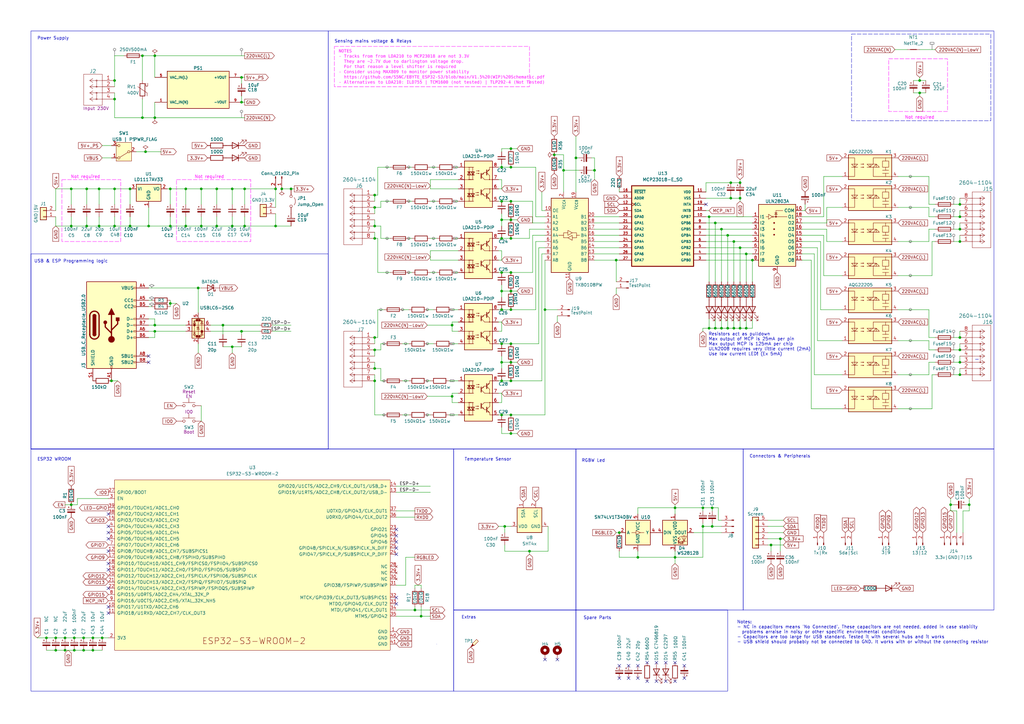
<source format=kicad_sch>
(kicad_sch (version 20231120) (generator "eeschema") (generator_version "8.0")
  (paper "A3")
  (title_block (title "Home Assistant module for lights control") (date "2024-08-21") (rev "20240821.23.8"))
  (junction (at 82.55 92.71))
  (junction (at 303.53 134.62))
  (junction (at 236.22 64.77))
  (junction (at 243.84 69.85))
  (junction (at 209.55 148.59))
  (junction (at 205.74 170.18))
  (junction (at 288.29 215.9))
  (junction (at 29.21 207.01))
  (junction (at 205.74 119.38))
  (junction (at 185.42 133.35))
  (junction (at 393.7 99.06))
  (junction (at 205.74 148.59))
  (junction (at 153.67 92.71))
  (junction (at 172.72 252.73))
  (junction (at 95.25 92.71))
  (junction (at 153.67 151.13))
  (junction (at 46.99 77.47))
  (junction (at 205.74 111.76))
  (junction (at 298.45 96.52))
  (junction (at 19.05 261.62))
  (junction (at 82.55 77.47))
  (junction (at 119.38 77.47))
  (junction (at 113.03 77.47))
  (junction (at 300.99 134.62))
  (junction (at 153.67 85.09))
  (junction (at 153.67 97.79))
  (junction (at 115.57 77.47))
  (junction (at 69.85 77.47))
  (junction (at 209.55 60.96))
  (junction (at 30.48 261.62))
  (junction (at 276.86 208.28))
  (junction (at 99.06 31.75))
  (junction (at 100.33 77.47))
  (junction (at 22.86 266.7))
  (junction (at 209.55 170.18))
  (junction (at 153.67 138.43))
  (junction (at 45.72 156.21))
  (junction (at 295.91 134.62))
  (junction (at 29.21 92.71))
  (junction (at 306.07 104.14))
  (junction (at 316.23 223.52))
  (junction (at 293.37 134.62))
  (junction (at 95.25 142.24))
  (junction (at 393.7 143.51))
  (junction (at 76.2 77.47))
  (junction (at 91.44 133.35))
  (junction (at 58.42 48.26))
  (junction (at 299.72 81.28))
  (junction (at 209.55 140.97))
  (junction (at 389.89 207.01))
  (junction (at 308.61 106.68))
  (junction (at 88.9 92.71))
  (junction (at 217.17 226.06))
  (junction (at 227.33 63.5))
  (junction (at 300.99 99.06))
  (junction (at 205.74 82.55))
  (junction (at 35.56 77.47))
  (junction (at 53.34 77.47))
  (junction (at 377.19 33.02))
  (junction (at 306.07 134.62))
  (junction (at 292.1 208.28))
  (junction (at 81.28 118.11))
  (junction (at 393.7 88.9))
  (junction (at 59.69 62.23))
  (junction (at 393.7 153.67))
  (junction (at 22.86 261.62))
  (junction (at 41.91 261.62))
  (junction (at 38.1 261.62))
  (junction (at 393.7 83.82))
  (junction (at 95.25 77.47))
  (junction (at 29.21 77.47))
  (junction (at 252.73 106.68))
  (junction (at 293.37 91.44))
  (junction (at 290.83 88.9))
  (junction (at 53.34 92.71))
  (junction (at 153.67 80.01))
  (junction (at 63.5 48.26))
  (junction (at 35.56 92.71))
  (junction (at 209.55 177.8))
  (junction (at 205.74 90.17))
  (junction (at 209.55 119.38))
  (junction (at 209.55 156.21))
  (junction (at 99.06 135.89))
  (junction (at 153.67 156.21))
  (junction (at 185.42 162.56))
  (junction (at 292.1 215.9))
  (junction (at 320.04 220.98))
  (junction (at 26.67 266.7))
  (junction (at 205.74 68.58))
  (junction (at 299.72 74.93))
  (junction (at 46.99 40.64))
  (junction (at 63.5 22.86))
  (junction (at 34.29 266.7))
  (junction (at 209.55 82.55))
  (junction (at 46.99 92.71))
  (junction (at 290.83 134.62))
  (junction (at 60.96 92.71))
  (junction (at 63.5 135.89))
  (junction (at 69.85 92.71))
  (junction (at 393.7 148.59))
  (junction (at 99.06 41.91))
  (junction (at 377.19 38.1))
  (junction (at 303.53 81.28))
  (junction (at 397.51 207.01))
  (junction (at 69.85 124.46))
  (junction (at 223.52 127))
  (junction (at 393.7 138.43))
  (junction (at 88.9 77.47))
  (junction (at 26.67 261.62))
  (junction (at 209.55 111.76))
  (junction (at 30.48 266.7))
  (junction (at 34.29 261.62))
  (junction (at 303.53 101.6))
  (junction (at 207.01 215.9))
  (junction (at 205.74 156.21))
  (junction (at 46.99 33.02))
  (junction (at 276.86 228.6))
  (junction (at 40.64 77.47))
  (junction (at 76.2 92.71))
  (junction (at 303.53 74.93))
  (junction (at 231.14 69.85))
  (junction (at 153.67 143.51))
  (junction (at 261.62 228.6))
  (junction (at 58.42 22.86))
  (junction (at 393.7 93.98))
  (junction (at 40.64 92.71))
  (junction (at 298.45 134.62))
  (junction (at 209.55 97.79))
  (junction (at 113.03 92.71))
  (junction (at 63.5 133.35))
  (junction (at 209.55 90.17))
  (junction (at 288.29 208.28))
  (junction (at 205.74 127))
  (junction (at 205.74 140.97))
  (junction (at 295.91 93.98))
  (junction (at 170.18 250.19))
  (junction (at 209.55 68.58))
  (junction (at 100.33 92.71))
  (junction (at 209.55 127))
  (junction (at 205.74 97.79))
  (junction (at 254 218.44))
  (junction (at 38.1 266.7))
  (no_connect (at 269.24 279.4))
  (no_connect (at 261.62 273.05))
  (no_connect (at 44.45 241.3))
  (no_connect (at 265.43 279.4))
  (no_connect (at 44.45 218.44))
  (no_connect (at 162.56 222.25))
  (no_connect (at 280.67 273.05))
  (no_connect (at 60.96 148.59))
  (no_connect (at 60.96 146.05))
  (no_connect (at 289.56 83.82))
  (no_connect (at 276.86 279.4))
  (no_connect (at 44.45 226.06))
  (no_connect (at 261.62 278.13))
  (no_connect (at 254 278.13))
  (no_connect (at 269.24 271.78))
  (no_connect (at 265.43 271.78))
  (no_connect (at 257.81 273.05))
  (no_connect (at 273.05 279.4))
  (no_connect (at 44.45 251.46))
  (no_connect (at 162.56 247.65))
  (no_connect (at 162.56 227.33))
  (no_connect (at 162.56 245.11))
  (no_connect (at 162.56 219.71))
  (no_connect (at 162.56 217.17))
  (no_connect (at 162.56 224.79))
  (no_connect (at 44.45 210.82))
  (no_connect (at 44.45 233.68))
  (no_connect (at 44.45 231.14))
  (no_connect (at 44.45 215.9))
  (no_connect (at 223.52 270.51))
  (no_connect (at 228.6 270.51))
  (no_connect (at 254 273.05))
  (no_connect (at 273.05 271.78))
  (no_connect (at 44.45 220.98))
  (no_connect (at 280.67 278.13))
  (no_connect (at 44.45 248.92))
  (no_connect (at 257.81 278.13))
  (no_connect (at 276.86 271.78))
  (wire (pts (xy 295.91 130.81) (xy 295.91 134.62)))
  (wire (pts (xy 306.07 130.81) (xy 306.07 134.62)))
  (wire (pts (xy 377.19 38.1) (xy 379.73 38.1)))
  (wire (pts (xy 167.64 170.18) (xy 165.1 170.18)))
  (wire (pts (xy 289.56 96.52) (xy 298.45 96.52)))
  (wire (pts (xy 381 127) (xy 368.3 127)))
  (wire (pts (xy 207.01 215.9) (xy 209.55 215.9)))
  (wire (pts (xy 15.24 261.62) (xy 19.05 261.62)))
  (wire (pts (xy 204.47 215.9) (xy 207.01 215.9)))
  (wire (pts (xy 393.7 96.52) (xy 393.7 99.06)))
  (wire (pts (xy 337.82 113.03) (xy 345.44 113.03)))
  (wire (pts (xy 292.1 215.9) (xy 295.91 215.9)))
  (wire (pts (xy 69.85 92.71) (xy 76.2 92.71)))
  (wire (pts (xy 300.99 99.06) (xy 308.61 99.06)))
  (wire (pts (xy 22.86 77.47) (xy 29.21 77.47)))
  (wire (pts (xy 231.14 63.5) (xy 227.33 63.5)))
  (wire (pts (xy 223.52 99.06) (xy 219.71 99.06)))
  (wire (pts (xy 224.79 215.9) (xy 224.79 226.06)))
  (wire (pts (xy 383.54 83.82) (xy 381 83.82)))
  (wire (pts (xy 254 218.44) (xy 252.73 218.44)))
  (wire (pts (xy 63.5 22.86) (xy 100.33 22.86)))
  (wire (pts (xy 209.55 68.58) (xy 205.74 68.58)))
  (wire (pts (xy 242.57 64.77) (xy 243.84 64.77)))
  (wire (pts (xy 303.53 82.55) (xy 303.53 81.28)))
  (wire (pts (xy 29.21 77.47) (xy 29.21 83.82)))
  (wire (pts (xy 236.22 55.88) (xy 236.22 64.77)))
  (wire (pts (xy 292.1 208.28) (xy 294.64 208.28)))
  (wire (pts (xy 209.55 156.21) (xy 205.74 156.21)))
  (wire (pts (xy 209.55 140.97) (xy 220.98 140.97)))
  (wire (pts (xy 60.96 138.43) (xy 63.5 138.43)))
  (wire (pts (xy 394.97 209.55) (xy 397.51 209.55)))
  (wire (pts (xy 381 72.39) (xy 368.3 72.39)))
  (wire (pts (xy 392.43 218.44) (xy 392.43 209.55)))
  (wire (pts (xy 58.42 22.86) (xy 63.5 22.86)))
  (wire (pts (xy 82.55 88.9) (xy 82.55 92.71)))
  (wire (pts (xy 166.37 228.6) (xy 170.18 228.6)))
  (wire (pts (xy 336.55 127) (xy 345.44 127)))
  (wire (pts (xy 154.94 127) (xy 157.48 127)))
  (wire (pts (xy 205.74 140.97) (xy 204.47 140.97)))
  (wire (pts (xy 156.21 151.13) (xy 153.67 151.13)))
  (wire (pts (xy 185.42 127) (xy 187.96 127)))
  (wire (pts (xy 289.56 93.98) (xy 295.91 93.98)))
  (wire (pts (xy 63.5 133.35) (xy 63.5 130.81)))
  (wire (pts (xy 162.56 201.93) (xy 176.53 201.93)))
  (wire (pts (xy 88.9 77.47) (xy 95.25 77.47)))
  (wire (pts (xy 334.01 153.67) (xy 334.01 104.14)))
  (wire (pts (xy 162.56 240.03) (xy 166.37 240.03)))
  (wire (pts (xy 261.62 208.28) (xy 276.86 208.28)))
  (wire (pts (xy 63.5 130.81) (xy 60.96 130.81)))
  (wire (pts (xy 91.44 133.35) (xy 91.44 137.16)))
  (wire (pts (xy 382.27 153.67) (xy 382.27 167.64)))
  (wire (pts (xy 58.42 33.02) (xy 58.42 22.86)))
  (wire (pts (xy 209.55 177.8) (xy 205.74 177.8)))
  (wire (pts (xy 289.56 99.06) (xy 300.99 99.06)))
  (wire (pts (xy 45.72 156.21) (xy 48.26 156.21)))
  (wire (pts (xy 276.86 228.6) (xy 288.29 228.6)))
  (wire (pts (xy 243.84 106.68) (xy 252.73 106.68)))
  (wire (pts (xy 381 99.06) (xy 381 93.98)))
  (wire (pts (xy 328.93 93.98) (xy 339.09 93.98)))
  (wire (pts (xy 156.21 140.97) (xy 156.21 143.51)))
  (wire (pts (xy 156.21 85.09) (xy 153.67 85.09)))
  (wire (pts (xy 209.55 97.79) (xy 217.17 97.79)))
  (wire (pts (xy 295.91 134.62) (xy 298.45 134.62)))
  (wire (pts (xy 115.57 77.47) (xy 119.38 77.47)))
  (wire (pts (xy 205.74 67.31) (xy 205.74 68.58)))
  (wire (pts (xy 383.54 138.43) (xy 381 138.43)))
  (wire (pts (xy 382.27 113.03) (xy 368.3 113.03)))
  (wire (pts (xy 381 143.51) (xy 381 139.7)))
  (wire (pts (xy 22.86 86.36) (xy 22.86 77.47)))
  (wire (pts (xy 320.04 220.98) (xy 321.31 220.98)))
  (wire (pts (xy 393.7 86.36) (xy 393.7 88.9)))
  (wire (pts (xy 205.74 119.38) (xy 205.74 116.84)))
  (wire (pts (xy 209.55 82.55) (xy 218.44 82.55)))
  (wire (pts (xy 336.55 99.06) (xy 336.55 127)))
  (wire (pts (xy 293.37 130.81) (xy 293.37 134.62)))
  (wire (pts (xy 205.74 77.47) (xy 204.47 77.47)))
  (wire (pts (xy 76.2 88.9) (xy 76.2 92.71)))
  (wire (pts (xy 176.53 250.19) (xy 170.18 250.19)))
  (wire (pts (xy 53.34 88.9) (xy 53.34 92.71)))
  (wire (pts (xy 153.67 97.79) (xy 153.67 95.25)))
  (wire (pts (xy 156.21 97.79) (xy 160.02 97.79)))
  (wire (pts (xy 207.01 226.06) (xy 217.17 226.06)))
  (wire (pts (xy 328.93 91.44) (xy 339.09 91.44)))
  (wire (pts (xy 95.25 88.9) (xy 95.25 92.71)))
  (wire (pts (xy 58.42 40.64) (xy 58.42 48.26)))
  (wire (pts (xy 209.55 148.59) (xy 205.74 148.59)))
  (wire (pts (xy 261.62 208.28) (xy 261.62 210.82)))
  (wire (pts (xy 205.74 151.13) (xy 205.74 148.59)))
  (wire (pts (xy 76.2 77.47) (xy 76.2 83.82)))
  (wire (pts (xy 209.55 127) (xy 219.71 127)))
  (wire (pts (xy 113.03 92.71) (xy 119.38 92.71)))
  (wire (pts (xy 205.74 68.58) (xy 204.47 68.58)))
  (wire (pts (xy 254 228.6) (xy 261.62 228.6)))
  (wire (pts (xy 276.86 228.6) (xy 276.86 231.14)))
  (wire (pts (xy 237.49 64.77) (xy 236.22 64.77)))
  (wire (pts (xy 100.33 88.9) (xy 100.33 92.71)))
  (wire (pts (xy 374.65 38.1) (xy 377.19 38.1)))
  (wire (pts (xy 383.54 88.9) (xy 381 88.9)))
  (wire (pts (xy 205.74 92.71) (xy 205.74 90.17)))
  (wire (pts (xy 209.55 111.76) (xy 205.74 111.76)))
  (wire (pts (xy 29.21 92.71) (xy 35.56 92.71)))
  (wire (pts (xy 217.17 93.98) (xy 217.17 97.79)))
  (wire (pts (xy 46.99 38.1) (xy 46.99 40.64)))
  (wire (pts (xy 381 93.98) (xy 383.54 93.98)))
  (wire (pts (xy 300.99 99.06) (xy 300.99 115.57)))
  (wire (pts (xy 19.05 261.62) (xy 22.86 261.62)))
  (wire (pts (xy 393.7 138.43) (xy 391.16 138.43)))
  (wire (pts (xy 223.52 127) (xy 228.6 127)))
  (wire (pts (xy 95.25 142.24) (xy 95.25 144.78)))
  (wire (pts (xy 289.56 101.6) (xy 303.53 101.6)))
  (wire (pts (xy 393.7 153.67) (xy 391.16 153.67)))
  (wire (pts (xy 205.74 62.23) (xy 205.74 60.96)))
  (wire (pts (xy 218.44 96.52) (xy 223.52 96.52)))
  (wire (pts (xy 99.06 39.37) (xy 99.06 41.91)))
  (wire (pts (xy 156.21 82.55) (xy 160.02 82.55)))
  (wire (pts (xy 393.7 148.59) (xy 391.16 148.59)))
  (wire (pts (xy 223.52 127) (xy 223.52 170.18)))
  (wire (pts (xy 393.7 153.67) (xy 393.7 151.13)))
  (wire (pts (xy 167.64 140.97) (xy 165.1 140.97)))
  (wire (pts (xy 392.43 209.55) (xy 389.89 209.55)))
  (wire (pts (xy 166.37 240.03) (xy 166.37 228.6)))
  (wire (pts (xy 63.5 48.26) (xy 100.33 48.26)))
  (wire (pts (xy 209.55 119.38) (xy 212.09 119.38)))
  (wire (pts (xy 35.56 77.47) (xy 40.64 77.47)))
  (wire (pts (xy 303.53 81.28) (xy 299.72 81.28)))
  (wire (pts (xy 26.67 207.01) (xy 29.21 207.01)))
  (wire (pts (xy 321.31 218.44) (xy 314.96 218.44)))
  (wire (pts (xy 209.55 68.58) (xy 219.71 68.58)))
  (wire (pts (xy 288.29 228.6) (xy 288.29 215.9)))
  (wire (pts (xy 223.52 93.98) (xy 217.17 93.98)))
  (wire (pts (xy 330.2 86.36) (xy 328.93 86.36)))
  (wire (pts (xy 69.85 77.47) (xy 76.2 77.47)))
  (wire (pts (xy 205.74 102.87) (xy 204.47 102.87)))
  (wire (pts (xy 35.56 92.71) (xy 40.64 92.71)))
  (wire (pts (xy 222.25 78.74) (xy 222.25 86.36)))
  (wire (pts (xy 59.69 62.23) (xy 66.04 62.23)))
  (wire (pts (xy 393.7 135.89) (xy 393.7 138.43)))
  (wire (pts (xy 294.64 208.28) (xy 294.64 213.36)))
  (wire (pts (xy 217.17 226.06) (xy 217.17 227.33)))
  (wire (pts (xy 205.74 77.47) (xy 205.74 73.66)))
  (wire (pts (xy 185.42 133.35) (xy 185.42 132.08)))
  (wire (pts (xy 153.67 82.55) (xy 153.67 80.01)))
  (wire (pts (xy 224.79 226.06) (xy 217.17 226.06)))
  (wire (pts (xy 34.29 261.62) (xy 38.1 261.62)))
  (wire (pts (xy 231.14 78.74) (xy 231.14 69.85)))
  (wire (pts (xy 154.94 80.01) (xy 153.67 80.01)))
  (wire (pts (xy 205.74 165.1) (xy 204.47 165.1)))
  (wire (pts (xy 179.07 111.76) (xy 176.53 111.76)))
  (wire (pts (xy 299.72 80.01) (xy 299.72 81.28)))
  (wire (pts (xy 252.73 106.68) (xy 252.73 115.57)))
  (wire (pts (xy 177.8 140.97) (xy 175.26 140.97)))
  (wire (pts (xy 207.01 223.52) (xy 207.01 226.06)))
  (wire (pts (xy 339.09 85.09) (xy 339.09 91.44)))
  (wire (pts (xy 300.99 134.62) (xy 303.53 134.62)))
  (wire (pts (xy 29.21 77.47) (xy 35.56 77.47)))
  (wire (pts (xy 383.54 143.51) (xy 381 143.51)))
  (wire (pts (xy 276.86 226.06) (xy 276.86 228.6)))
  (wire (pts (xy 76.2 77.47) (xy 82.55 77.47)))
  (wire (pts (xy 298.45 96.52) (xy 308.61 96.52)))
  (wire (pts (xy 288.29 134.62) (xy 290.83 134.62)))
  (wire (pts (xy 88.9 92.71) (xy 95.25 92.71)))
  (wire (pts (xy 300.99 130.81) (xy 300.99 134.62)))
  (wire (pts (xy 368.3 153.67) (xy 381 153.67)))
  (wire (pts (xy 156.21 82.55) (xy 156.21 85.09)))
  (wire (pts (xy 205.74 106.68) (xy 205.74 102.87)))
  (wire (pts (xy 397.51 207.01) (xy 396.24 207.01)))
  (wire (pts (xy 293.37 91.44) (xy 308.61 91.44)))
  (wire (pts (xy 30.48 266.7) (xy 34.29 266.7)))
  (wire (pts (xy 222.25 86.36) (xy 223.52 86.36)))
  (wire (pts (xy 368.3 99.06) (xy 381 99.06)))
  (wire (pts (xy 292.1 209.55) (xy 292.1 208.28)))
  (wire (pts (xy 82.55 166.37) (xy 82.55 172.72)))
  (wire (pts (xy 332.74 106.68) (xy 332.74 167.64)))
  (wire (pts (xy 22.86 92.71) (xy 29.21 92.71)))
  (wire (pts (xy 236.22 64.77) (xy 236.22 78.74)))
  (polyline (pts (xy 401.32 147.32) (xy 400.05 147.32)))
  (wire (pts (xy 153.67 87.63) (xy 153.67 85.09)))
  (wire (pts (xy 153.67 92.71) (xy 153.67 90.17)))
  (wire (pts (xy 223.52 106.68) (xy 223.52 127)))
  (wire (pts (xy 82.55 77.47) (xy 82.55 83.82)))
  (wire (pts (xy 303.53 101.6) (xy 308.61 101.6)))
  (wire (pts (xy 95.25 77.47) (xy 100.33 77.47)))
  (wire (pts (xy 289.56 74.93) (xy 299.72 74.93)))
  (wire (pts (xy 276.86 208.28) (xy 276.86 210.82)))
  (wire (pts (xy 288.29 209.55) (xy 288.29 208.28)))
  (wire (pts (xy 46.99 40.64) (xy 46.99 48.26)))
  (wire (pts (xy 95.25 77.47) (xy 95.25 83.82)))
  (wire (pts (xy 176.53 252.73) (xy 172.72 252.73)))
  (wire (pts (xy 205.74 127) (xy 209.55 127)))
  (wire (pts (xy 383.54 153.67) (xy 382.27 153.67)))
  (wire (pts (xy 69.85 123.19) (xy 69.85 124.46)))
  (wire (pts (xy 223.52 104.14) (xy 222.25 104.14)))
  (wire (pts (xy 381 139.7) (xy 368.3 139.7)))
  (wire (pts (xy 186.69 68.58) (xy 187.96 68.58)))
  (wire (pts (xy 26.67 261.62) (xy 30.48 261.62)))
  (wire (pts (xy 243.84 69.85) (xy 243.84 73.66)))
  (wire (pts (xy 337.82 88.9) (xy 328.93 88.9)))
  (wire (pts (xy 205.74 177.8) (xy 205.74 175.26)))
  (wire (pts (xy 289.56 74.93) (xy 289.56 78.74)))
  (wire (pts (xy 184.15 156.21) (xy 187.96 156.21)))
  (wire (pts (xy 303.53 73.66) (xy 303.53 74.93)))
  (wire (pts (xy 293.37 134.62) (xy 295.91 134.62)))
  (wire (pts (xy 60.96 85.09) (xy 60.96 92.71)))
  (wire (pts (xy 156.21 156.21) (xy 156.21 151.13)))
  (wire (pts (xy 306.07 104.14) (xy 308.61 104.14)))
  (wire (pts (xy 328.93 99.06) (xy 336.55 99.06)))
  (wire (pts (xy 53.34 92.71) (xy 60.96 92.71)))
  (wire (pts (xy 176.53 73.66) (xy 187.96 73.66)))
  (wire (pts (xy 185.42 161.29) (xy 187.96 161.29)))
  (wire (pts (xy 69.85 124.46) (xy 69.85 125.73)))
  (wire (pts (xy 284.48 218.44) (xy 295.91 218.44)))
  (wire (pts (xy 186.69 97.79) (xy 187.96 97.79)))
  (wire (pts (xy 205.74 73.66) (xy 204.47 73.66)))
  (wire (pts (xy 252.73 118.11) (xy 252.73 120.65)))
  (wire (pts (xy 119.38 77.47) (xy 120.65 77.47)))
  (wire (pts (xy 40.64 77.47) (xy 40.64 83.82)))
  (wire (pts (xy 168.91 111.76) (xy 167.64 111.76)))
  (wire (pts (xy 34.29 266.7) (xy 38.1 266.7)))
  (wire (pts (xy 184.15 170.18) (xy 187.96 170.18)))
  (wire (pts (xy 308.61 134.62) (xy 308.61 130.81)))
  (wire (pts (xy 154.94 68.58) (xy 160.02 68.58)))
  (wire (pts (xy 82.55 77.47) (xy 88.9 77.47)))
  (wire (pts (xy 389.89 209.55) (xy 389.89 207.01)))
  (wire (pts (xy 22.86 261.62) (xy 26.67 261.62)))
  (wire (pts (xy 209.55 170.18) (xy 205.74 170.18)))
  (wire (pts (xy 205.74 82.55) (xy 204.47 82.55)))
  (wire (pts (xy 176.53 170.18) (xy 175.26 170.18)))
  (wire (pts (xy 219.71 88.9) (xy 219.71 68.58)))
  (wire (pts (xy 381 85.09) (xy 368.3 85.09)))
  (wire (pts (xy 62.23 123.19) (xy 60.96 123.19)))
  (wire (pts (xy 289.56 104.14) (xy 306.07 104.14)))
  (wire (pts (xy 170.18 250.19) (xy 162.56 250.19)))
  (wire (pts (xy 243.84 104.14) (xy 254 104.14)))
  (wire (pts (xy 212.09 177.8) (xy 209.55 177.8)))
  (wire (pts (xy 306.07 134.62) (xy 308.61 134.62)))
  (wire (pts (xy 88.9 88.9) (xy 88.9 92.71)))
  (wire (pts (xy 381 138.43) (xy 381 127)))
  (wire (pts (xy 176.53 102.87) (xy 187.96 102.87)))
  (wire (pts (xy 219.71 88.9) (xy 223.52 88.9)))
  (wire (pts (xy 153.67 170.18) (xy 157.48 170.18)))
  (wire (pts (xy 383.54 99.06) (xy 382.27 99.06)))
  (wire (pts (xy 321.31 213.36) (xy 314.96 213.36)))
  (wire (pts (xy 185.42 135.89) (xy 185.42 133.35)))
  (wire (pts (xy 69.85 124.46) (xy 72.39 124.46)))
  (wire (pts (xy 91.44 142.24) (xy 95.25 142.24)))
  (wire (pts (xy 209.55 170.18) (xy 223.52 170.18)))
  (wire (pts (xy 153.67 156.21) (xy 153.67 170.18)))
  (wire (pts (xy 88.9 77.47) (xy 88.9 83.82)))
  (wire (pts (xy 153.67 146.05) (xy 153.67 143.51)))
  (wire (pts (xy 167.64 156.21) (xy 165.1 156.21)))
  (wire (pts (xy 86.36 135.89) (xy 99.06 135.89)))
  (wire (pts (xy 288.29 208.28) (xy 292.1 208.28)))
  (wire (pts (xy 295.91 213.36) (xy 294.64 213.36)))
  (wire (pts (xy 154.94 97.79) (xy 154.94 111.76)))
  (wire (pts (xy 205.74 121.92) (xy 205.74 119.38)))
  (wire (pts (xy 176.53 73.66) (xy 176.53 77.47)))
  (wire (pts (xy 205.74 135.89) (xy 205.74 132.08)))
  (wire (pts (xy 321.31 215.9) (xy 314.96 215.9)))
  (wire (pts (xy 168.91 97.79) (xy 167.64 97.79)))
  (wire (pts (xy 99.06 31.75) (xy 100.33 31.75)))
  (wire (pts (xy 99.06 135.89) (xy 106.68 135.89)))
  (wire (pts (xy 162.56 199.39) (xy 176.53 199.39)))
  (wire (pts (xy 303.53 130.81) (xy 303.53 134.62)))
  (wire (pts (xy 185.42 132.08) (xy 187.96 132.08)))
  (wire (pts (xy 22.86 88.9) (xy 22.86 92.71)))
  (wire (pts (xy 46.99 92.71) (xy 53.34 92.71)))
  (wire (pts (xy 46.99 33.02) (xy 46.99 22.86)))
  (wire (pts (xy 205.74 148.59) (xy 205.74 146.05)))
  (wire (pts (xy 205.74 106.68) (xy 204.47 106.68)))
  (wire (pts (xy 185.42 165.1) (xy 185.42 162.56)))
  (wire (pts (xy 393.7 140.97) (xy 393.7 143.51)))
  (wire (pts (xy 41.91 64.77) (xy 45.72 64.77)))
  (wire (pts (xy 205.74 161.29) (xy 204.47 161.29)))
  (wire (pts (xy 212.09 148.59) (xy 209.55 148.59)))
  (wire (pts (xy 289.56 91.44) (xy 293.37 91.44)))
  (wire (pts (xy 19.05 266.7) (xy 22.86 266.7)))
  (wire (pts (xy 276.86 207.01) (xy 276.86 208.28)))
  (wire (pts (xy 38.1 261.62) (xy 41.91 261.62)))
  (wire (pts (xy 298.45 115.57) (xy 298.45 96.52)))
  (wire (pts (xy 76.2 92.71) (xy 82.55 92.71)))
  (wire (pts (xy 332.74 167.64) (xy 345.44 167.64)))
  (wire (pts (xy 153.67 151.13) (xy 153.67 148.59)))
  (wire (pts (xy 111.76 135.89) (xy 119.38 135.89)))
  (wire (pts (xy 377.19 31.75) (xy 377.19 33.02)))
  (wire (pts (xy 391.16 88.9) (xy 393.7 88.9)))
  (wire (pts (xy 153.67 140.97) (xy 153.67 138.43)))
  (wire (pts (xy 176.53 106.68) (xy 187.96 106.68)))
  (wire (pts (xy 330.2 86.36) (xy 330.2 83.82)))
  (wire (pts (xy 176.53 102.87) (xy 176.53 106.68)))
  (wire (pts (xy 243.84 88.9) (xy 254 88.9)))
  (wire (pts (xy 261.62 226.06) (xy 261.62 228.6)))
  (wire (pts (xy 254 226.06) (xy 254 228.6)))
  (wire (pts (xy 60.96 135.89) (xy 63.5 135.89)))
  (wire (pts (xy 209.55 90.17) (xy 205.74 90.17)))
  (wire (pts (xy 335.28 139.7) (xy 345.44 139.7)))
  (wire (pts (xy 40.64 88.9) (xy 40.64 92.71)))
  (wire (pts (xy 63.5 41.91) (xy 63.5 48.26)))
  (wire (pts (xy 231.14 69.85) (xy 237.49 69.85)))
  (wire (pts (xy 95.25 142.24) (xy 99.06 142.24)))
  (wire (pts (xy 290.83 134.62) (xy 293.37 134.62)))
  (wire (pts (xy 243.84 93.98) (xy 254 93.98)))
  (wire (pts (xy 298.45 130.81) (xy 298.45 134.62)))
  (wire (pts (xy 289.56 81.28) (xy 299.72 81.28)))
  (wire (pts (xy 100.33 77.47) (xy 100.33 83.82)))
  (wire (pts (xy 207.01 215.9) (xy 207.01 218.44)))
  (wire (pts (xy 35.56 83.82) (xy 35.56 77.47)))
  (wire (pts (xy 53.34 77.47) (xy 53.34 83.82)))
  (wire (pts (xy 186.69 82.55) (xy 187.96 82.55)))
  (wire (pts (xy 99.06 31.75) (xy 99.06 34.29)))
  (wire (pts (xy 345.44 72.39) (xy 337.82 72.39)))
  (wire (pts (xy 30.48 261.62) (xy 34.29 261.62)))
  (wire (pts (xy 63.5 22.86) (xy 63.5 31.75)))
  (wire (pts (xy 177.8 127) (xy 175.26 127)))
  (wire (pts (xy 328.93 96.52) (xy 337.82 96.52)))
  (wire (pts (xy 46.99 88.9) (xy 46.99 92.71)))
  (wire (pts (xy 154.94 127) (xy 154.94 138.43)))
  (wire (pts (xy 393.7 91.44) (xy 393.7 93.98)))
  (wire (pts (xy 81.28 118.11) (xy 82.55 118.11)))
  (wire (pts (xy 290.83 88.9) (xy 290.83 115.57)))
  (wire (pts (xy 339.09 93.98) (xy 339.09 99.06)))
  (wire (pts (xy 381 83.82) (xy 381 72.39)))
  (wire (pts (xy 316.23 223.52) (xy 321.31 223.52)))
  (wire (pts (xy 172.72 252.73) (xy 162.56 252.73)))
  (wire (pts (xy 391.16 83.82) (xy 393.7 83.82)))
  (wire (pts (xy 205.74 135.89) (xy 204.47 135.89)))
  (wire (pts (xy 212.09 90.17) (xy 209.55 90.17)))
  (wire (pts (xy 377.19 20.32) (xy 383.54 20.32)))
  (wire (pts (xy 334.01 153.67) (xy 345.44 153.67)))
  (wire (pts (xy 295.91 93.98) (xy 308.61 93.98)))
  (wire (pts (xy 205.74 127) (xy 204.47 127)))
  (wire (pts (xy 393.7 143.51) (xy 391.16 143.51)))
  (wire (pts (xy 176.53 68.58) (xy 179.07 68.58)))
  (wire (pts (xy 31.75 204.47) (xy 44.45 204.47)))
  (wire (pts (xy 306.07 104.14) (xy 306.07 115.57)))
  (wire (pts (xy 176.53 156.21) (xy 175.26 156.21)))
  (polyline (pts (xy 179.07 264.16) (xy 179.07 264.16)))
  (wire (pts (xy 222.25 104.14) (xy 222.25 156.21)))
  (wire (pts (xy 295.91 93.98) (xy 295.91 115.57)))
  (wire (pts (xy 186.69 111.76) (xy 187.96 111.76)))
  (wire (pts (xy 81.28 144.78) (xy 81.28 140.97)))
  (wire (pts (xy 167.64 127) (xy 165.1 127)))
  (wire (pts (xy 288.29 134.62) (xy 288.29 135.89)))
  (wire (pts (xy 212.09 60.96) (xy 209.55 60.96)))
  (wire (pts (xy 100.33 92.71) (xy 113.03 92.71)))
  (wire (pts (xy 391.16 93.98) (xy 393.7 93.98)))
  (wire (pts (xy 68.58 77.47) (xy 69.85 77.47)))
  (wire (pts (xy 172.72 240.03) (xy 170.18 240.03)))
  (wire (pts (xy 154.94 97.79) (xy 153.67 97.79)))
  (wire (pts (xy 243.84 64.77) (xy 243.84 69.85)))
  (wire (pts (xy 381 153.67) (xy 381 148.59)))
  (wire (pts (xy 170.18 209.55) (xy 162.56 209.55)))
  (wire (pts (xy 156.21 143.51) (xy 153.67 143.51)))
  (wire (pts (xy 394.97 218.44) (xy 394.97 209.55)))
  (wire (pts (xy 168.91 82.55) (xy 167.64 82.55)))
  (wire (pts (xy 220.98 101.6) (xy 220.98 140.97)))
  (wire (pts (xy 172.72 241.3) (xy 172.72 240.03)))
  (wire (pts (xy 95.25 92.71) (xy 100.33 92.71)))
  (wire (pts (xy 35.56 88.9) (xy 35.56 92.71)))
  (wire (pts (xy 156.21 156.21) (xy 157.48 156.21)))
  (wire (pts (xy 243.84 99.06) (xy 254 99.06)))
  (wire (pts (xy 82.55 92.71) (xy 88.9 92.71)))
  (wire (pts (xy 303.53 81.28) (xy 303.53 80.01)))
  (wire (pts (xy 261.62 228.6) (xy 276.86 228.6)))
  (wire (pts (xy 209.55 111.76) (xy 218.44 111.76)))
  (wire (pts (xy 31.75 204.47) (xy 31.75 207.01)))
  (wire (pts (xy 38.1 266.7) (xy 41.91 266.7)))
  (wire (pts (xy 205.74 170.18) (xy 204.47 170.18)))
  (wire (pts (xy 86.36 133.35) (xy 91.44 133.35)))
  (wire (pts (xy 111.76 133.35) (xy 119.38 133.35)))
  (wire (pts (xy 328.93 106.68) (xy 332.74 106.68)))
  (wire (pts (xy 46.99 77.47) (xy 46.99 83.82)))
  (wire (pts (xy 185.42 162.56) (xy 185.42 161.29)))
  (wire (pts (xy 41.91 59.69) (xy 45.72 59.69)))
  (wire (pts (xy 218.44 91.44) (xy 223.52 91.44)))
  (wire (pts (xy 156.21 92.71) (xy 153.67 92.71)))
  (wire (pts (xy 391.16 207.01) (xy 389.89 207.01)))
  (wire (pts (xy 290.83 86.36) (xy 289.56 86.36)))
  (wire (pts (xy 156.21 140.97) (xy 157.48 140.97)))
  (wire (pts (xy 382.27 99.06) (xy 382.27 113.03)))
  (wire (pts (xy 46.99 48.26) (xy 58.42 48.26)))
  (wire (pts (xy 254 78.74) (xy 254 77.47)))
  (wire (pts (xy 377.19 33.02) (xy 379.73 33.02)))
  (wire (pts (xy 393.7 81.28) (xy 393.7 83.82)))
  (wire (pts (xy 381 88.9) (xy 381 85.09)))
  (wire (pts (xy 81.28 118.11) (xy 81.28 128.27)))
  (wire (pts (xy 153.67 153.67) (xy 153.67 156.21)))
  (wire (pts (xy 41.91 261.62) (xy 44.45 261.62)))
  (wire (pts (xy 290.83 88.9) (xy 308.61 88.9)))
  (wire (pts (xy 46.99 22.86) (xy 50.8 22.86)))
  (wire (pts (xy 209.55 82.55) (xy 205.74 82.55)))
  (wire (pts (xy 205.74 119.38) (xy 209.55 119.38)))
  (wire (pts (xy 320.04 220.98) (xy 314.96 220.98)))
  (wire (pts (xy 252.73 106.68) (xy 254 106.68)))
  (wire (pts (xy 397.51 204.47) (xy 397.51 207.01)))
  (wire (pts (xy 381 148.59) (xy 383.54 148.59)))
  (wire (pts (xy 99.06 41.91) (xy 100.33 41.91)))
  (wire (pts (xy 113.03 85.09) (xy 113.03 77.47)))
  (wire (pts (xy 154.94 68.58) (xy 154.94 80.01)))
  (wire (pts (xy 289.56 88.9) (xy 290.83 88.9)))
  (wire (pts (xy 60.96 133.35) (xy 63.5 133.35)))
  (wire (pts (xy 179.07 82.55) (xy 176.53 82.55)))
  (wire (pts (xy 303.53 101.6) (xy 303.53 115.57)))
  (wire (pts (xy 391.16 99.06) (xy 393.7 99.06)))
  (wire (pts (xy 26.67 266.7) (xy 30.48 266.7)))
  (wire (pts (xy 374.65 33.02) (xy 377.19 33.02)))
  (wire (pts (xy 335.28 101.6) (xy 335.28 139.7)))
  (wire (pts (xy 339.09 85.09) (xy 345.44 85.09)))
  (wire (pts (xy 76.2 135.89) (xy 63.5 135.89)))
  (wire (pts (xy 40.64 92.71) (xy 46.99 92.71)))
  (wire (pts (xy 60.96 118.11) (xy 81.28 118.11)))
  (wire (pts (xy 209.55 140.97) (xy 205.74 140.97)))
  (wire (pts (xy 154.94 138.43) (xy 153.67 138.43)))
  (wire (pts (xy 377.19 38.1) (xy 377.19 39.37)))
  (wire (pts (xy 389.89 204.47) (xy 389.89 207.01)))
  (wire (pts (xy 205.74 132.08) (xy 204.47 132.08)))
  (wire (pts (xy 185.42 140.97) (xy 187.96 140.97)))
  (wire (pts (xy 393.7 146.05) (xy 393.7 148.59)))
  (wire (pts (xy 55.88 62.23) (xy 59.69 62.23)))
  (wire (pts (xy 172.72 248.92) (xy 172.72 252.73)))
  (wire (pts (xy 176.53 77.47) (xy 187.96 77.47)))
  (wire (pts (xy 328.93 101.6) (xy 335.28 101.6)))
  (wire (pts (xy 187.96 165.1) (xy 185.42 165.1)))
  (wire (pts (xy 303.53 134.62) (xy 306.07 134.62)))
  (wire (pts (xy 170.18 240.03) (xy 170.18 241.3)))
  (wire (pts (xy 298.45 134.62) (xy 300.99 134.62)))
  (wire (pts (xy 205.74 165.1) (xy 205.74 161.29)))
  (wire (pts (xy 170.18 248.92) (xy 170.18 250.19)))
  (wire (pts (xy 175.26 133.35) (xy 185.42 133.35)))
  (wire (pts (xy 179.07 97.79) (xy 176.53 97.79)))
  (wire (pts (xy 46.99 33.02) (xy 46.99 35.56)))
  (wire (pts (xy 367.03 20.32) (xy 372.11 20.32)))
  (wire (pts (xy 46.99 77.47) (xy 53.34 77.47)))
  (wire (pts (xy 320.04 220.98) (xy 320.04 226.06)))
  (wire (pts (xy 209.55 156.21) (xy 222.25 156.21)))
  (wire (pts (xy 242.57 69.85) (xy 243.84 69.85)))
  (wire (pts (xy 218.44 111.76) (xy 218.44 96.52)))
  (wire (pts (xy 316.23 223.52) (xy 314.96 223.52)))
  (wire (pts (xy 243.84 101.6) (xy 254 101.6)))
  (wire (pts (xy 29.21 88.9) (xy 29.21 92.71)))
  (wire (pts (xy 100.33 77.47) (xy 113.03 77.47)))
  (wire (pts (xy 76.2 133.35) (xy 63.5 133.35)))
  (wire (pts (xy 243.84 96.52) (xy 254 96.52)))
  (wire (pts (xy 154.94 111.76) (xy 160.02 111.76)))
  (wire (pts (xy 397.51 209.55) (xy 397.51 207.01)))
  (wire (pts (xy 205.74 90.17) (xy 205.74 87.63)))
  (wire (pts (xy 62.23 125.73) (xy 60.96 125.73)))
  (wire (pts (xy 63.5 138.43) (xy 63.5 135.89)))
  (wire (pts (xy 292.1 214.63) (xy 292.1 215.9)))
  (wire (pts (xy 219.71 99.06) (xy 219.71 127)))
  (wire (pts (xy 31.75 207.01) (xy 29.21 207.01)))
  (wire (pts (xy 156.21 97.79) (xy 156.21 92.71)))
  (wire (pts (xy 290.83 130.81) (xy 290.83 134.62)))
  (wire (pts (xy 205.74 156.21) (xy 204.47 156.21)))
  (wire (pts (xy 69.85 88.9) (xy 69.85 92.71)))
  (wire (pts (xy 40.64 77.47) (xy 46.99 77.47)))
  (wire (pts (xy 60.96 92.71) (xy 69.85 92.71)))
  (wire (pts (xy 170.18 212.09) (xy 162.56 212.09)))
  (wire (pts (xy 382.27 167.64) (xy 368.3 167.64)))
  (wire (pts (xy 205.74 97.79) (xy 204.47 97.79)))
  (wire (pts (xy 345.44 99.06) (xy 339.09 99.06)))
  (wire (pts (xy 69.85 77.47) (xy 69.85 83.82)))
  (wire (pts (xy 58.42 48.26) (xy 63.5 48.26)))
  (wire (pts (xy 289.56 106.68) (xy 308.61 106.68)))
  (wire (pts (xy 293.37 91.44) (xy 293.37 115.57)))
  (wire (pts (xy 228.6 129.54) (xy 228.6 132.08)))
  (wire (pts (xy 209.55 97.79) (xy 205.74 97.79)))
  (wire (pts (xy 113.03 87.63) (xy 113.03 92.71)))
  (wire (pts (xy 205.74 60.96) (xy 209.55 60.96)))
  (wire (pts (xy 205.74 111.76) (xy 204.47 111.76)))
  (wire (pts (xy 218.44 91.44) (xy 218.44 82.55)))
  (wire (pts (xy 187.96 135.89) (xy 185.42 135.89)))
  (wire (pts (xy 276.86 208.28) (xy 288.29 208.28)))
  (wire (pts (xy 288.29 214.63) (xy 288.29 215.9)))
  (wire (pts (xy 99.06 135.89) (xy 99.06 137.16)))
  (wire (pts (xy 337.82 72.39) (xy 337.82 88.9)))
  (wire (pts (xy 91.44 133.35) (xy 106.68 133.35)))
  (wire (pts (xy 223.52 101.6) (xy 220.98 101.6)))
  (wire (pts (xy 308.61 106.68) (xy 308.61 115.57)))
  (wire (pts (xy 288.29 215.9) (xy 292.1 215.9)))
  (wire (pts (xy 316.23 226.06) (xy 316.23 223.52)))
  (wire (pts (xy 334.01 104.14) (xy 328.93 104.14)))
  (wire (pts (xy 303.53 74.93) (xy 299.72 74.93)))
  (wire (pts (xy 337.82 96.52) (xy 337.82 113.03)))
  (wire (pts (xy 22.86 266.7) (xy 26.67 266.7)))
  (wire (pts (xy 231.14 69.85) (xy 231.14 63.5)))
  (wire (pts (xy 243.84 91.44) (xy 254 91.44)))
  (wire (pts (xy 168.91 68.58) (xy 167.64 68.58)))
  (wire (pts (xy 175.26 162.56) (xy 185.42 162.56)))
  (rectangle (start 12.7 104.14) (end 134.62 184.15))
  (rectangle (start 134.62 12.7) (end 407.67 184.15))
  (rectangle (start 12.7 12.7) (end 134.62 184.15))
  (rectangle (start 25.4 73.66) (end 49.53 99.06) (stroke (width 0) (type dash) (color 255 0 255 1)))
  (rectangle (start 186.055 250.19) (end 236.22 283.464))
  (rectangle (start 186.055 184.15) (end 236.22 250.19))
  (rectangle (start 364.49 24.13) (end 388.62 45.72) (stroke (width 0) (type dash) (color 255 0 255 1)))
  (rectangle (start 137.16 19.05) (end 217.17 35.56) (stroke (width 0) (type dash) (color 255 0 255 1)))
  (rectangle (start 236.22 184.15) (end 304.8 250.19))
  (rectangle (start 236.22 250.19) (end 298.45 283.464))
  (rectangle (start 72.39 73.66) (end 102.87 99.06) (stroke (width 0) (type dash) (color 255 0 255 1)))
  (rectangle (start 12.7 184.15) (end 186.055 283.464))
  (rectangle (start 349.25 13.97) (end 406.4 49.53) (stroke (width 0) (type dash)))
  (rectangle (start 304.8 184.15) (end 407.67 250.19))
  (text "USB & ESP Programming logic" (at 13.97 107.95 0) (effects (font (size 1.27 1.27)) (justify left bottom)))
  (text "NOTES\n- Tracks from from LDA210 to MCP23018 are not 3.3V\n  They are ~2.7V due to darlington voltage drop.\n  For that reason a level shifter is required\n- Consider using MAX809 to monitor power stability\n  https://github.com/S5NC/EBYTE_ESP32-S3/blob/main/V1.5%20(WIP)%20Schematic.pdf\n- Alternatives to LDA210: ILD755 | TCM1600 (not tested) | TLP292-4 (Not Tested)\n" (at 138.938 27.94 0) (effects (font (size 1.27 1.27)) (justify left)))
  (text "Spare Parts" (at 239.268 254.254 0) (effects (font (size 1.27 1.27)) (justify left bottom)))
  (text "Temperature Sensor" (at 190.5 189.23 0) (effects (font (size 1.27 1.27)) (justify left bottom)))
  (text "Power Supply" (at 15.24 16.51 0) (effects (font (size 1.27 1.27)) (justify left bottom)))
  (text "Extras" (at 189.23 254 0) (effects (font (size 1.27 1.27)) (justify left bottom)))
  (text "Not required" (at 377.19 48.26 0) (effects (font (size 1.27 1.27))))
  (text "Not required" (at 85.852 72.644 0) (effects (font (size 1.27 1.27))))
  (text "Resistors act as pulldown\nMax output of MCP is 25mA per pin\nMax output MCP is 125mA per chip\nULN2008 requires very little current (2mA)\nUse low current LED! (Ex 5mA)\n\n" (at 290.576 142.24 0) (effects (font (size 1.27 1.27)) (justify left)))
  (text "Connectors & Peripherals" (at 307.34 187.96 0) (effects (font (size 1.27 1.27)) (justify left bottom)))
  (text "ESP32 WROOM\n" (at 15.24 189.23 0) (effects (font (size 1.27 1.27)) (justify left bottom)))
  (text "RGBW Led" (at 238.506 189.738 0) (effects (font (size 1.27 1.27)) (justify left bottom)))
  (text "Notes:\n- NC in capacitors means 'No Connected'. These capacitors are not needed, added in case stability \n  problems arraise in noisy or other specific environmental conditions\n- Capacitors are too large for USB standard. Tested it with several hubs and it works\n- USB shield should probably not be connected to GND. It works with or without the connecting resistor" (at 302.26 264.16 0) (effects (font (size 1.27 1.27)) (justify left bottom)))
  (text "Sensing mains voltage & Relays\n" (at 137.16 17.78 0) (effects (font (size 1.27 1.27)) (justify left bottom)))
  (text "Not required" (at 35.052 72.644 0) (effects (font (size 1.27 1.27))))
  (label "ESP-D+" (at 163.83 199.39 0))
  (label "ESP-D-" (at 163.83 201.93 0))
  (label "ESP-D-" (at 119.38 133.35 180))
  (label "ESP-D+" (at 119.38 135.89 180))
  (global_label "5V+" (shape input) (at 321.31 223.52 0) (property "Intersheetrefs" "${INTERSHEET_REFS}" (effects (hide yes))))
  (global_label "3.3V+" (shape input) (at 29.21 199.39 90) (property "Intersheetrefs" "${INTERSHEET_REFS}" (effects (hide yes))))
  (global_label "GND" (shape input) (at 95.25 144.78 270) (property "Intersheetrefs" "${INTERSHEET_REFS}" (effects (hide yes))))
  (global_label "GND" (shape input) (at 162.56 259.08 0) (property "Intersheetrefs" "${INTERSHEET_REFS}" (effects (hide yes))))
  (global_label "GND" (shape input) (at 212.09 119.38 0) (property "Intersheetrefs" "${INTERSHEET_REFS}" (effects (hide yes))))
  (global_label "5V+" (shape input) (at 377.19 31.75 90) (property "Intersheetrefs" "${INTERSHEET_REFS}" (effects (hide yes))))
  (global_label "220VAC(L)" (shape output) (at 100.33 22.86 0) (property "Intersheetrefs" "${INTERSHEET_REFS}" (effects (hide yes))))
  (global_label "VBUS" (shape input) (at 41.91 64.77 180) (property "Intersheetrefs" "${INTERSHEET_REFS}" (effects (hide yes))))
  (global_label "EN" (shape output) (at 26.67 207.01 180) (property "Intersheetrefs" "${INTERSHEET_REFS}" (effects (hide yes))))
  (global_label "5V+" (shape input) (at 345.44 77.47 180) (property "Intersheetrefs" "${INTERSHEET_REFS}" (effects (hide yes))))
  (global_label "220VAC(L)" (shape input) (at 368.3 105.41 0) (property "Intersheetrefs" "${INTERSHEET_REFS}" (effects (hide yes))))
  (global_label "GND" (shape input) (at 389.89 204.47 90) (property "Intersheetrefs" "${INTERSHEET_REFS}" (effects (hide yes))))
  (global_label "5V+" (shape input) (at 345.44 105.41 180) (property "Intersheetrefs" "${INTERSHEET_REFS}" (effects (hide yes))))
  (global_label "3.3V+" (shape input) (at 85.09 64.77 180) (property "Intersheetrefs" "${INTERSHEET_REFS}" (effects (hide yes))))
  (global_label "SDA" (shape input) (at 346.71 218.44 90) (property "Intersheetrefs" "${INTERSHEET_REFS}" (effects (hide yes))))
  (global_label "GPIO7" (shape bidirectional) (at 389.89 218.44 90) (property "Intersheetrefs" "${INTERSHEET_REFS}" (effects (hide yes))))
  (global_label "RXD0" (shape output) (at 170.18 212.09 0) (property "Intersheetrefs" "${INTERSHEET_REFS}" (effects (hide yes))))
  (global_label "GND" (shape input) (at 29.21 212.09 270) (property "Intersheetrefs" "${INTERSHEET_REFS}" (effects (hide yes))))
  (global_label "RXD0" (shape input) (at 335.28 218.44 90) (property "Intersheetrefs" "${INTERSHEET_REFS}" (effects (hide yes))))
  (global_label "5V+_PS" (shape output) (at 100.33 31.75 0) (property "Intersheetrefs" "${INTERSHEET_REFS}" (effects (hide yes))))
  (global_label "GND" (shape input) (at 217.17 227.33 270) (property "Intersheetrefs" "${INTERSHEET_REFS}" (effects (hide yes))))
  (global_label "220VAC(N)-LowV" (shape input) (at 175.26 133.35 180) (property "Intersheetrefs" "${INTERSHEET_REFS}" (effects (hide yes))))
  (global_label "SCL" (shape input) (at 321.31 213.36 0) (property "Intersheetrefs" "${INTERSHEET_REFS}" (effects (hide yes))))
  (global_label "220VAC(N)-LowV" (shape input) (at 383.54 20.32 0) (property "Intersheetrefs" "${INTERSHEET_REFS}" (effects (hide yes))))
  (global_label "TXD0" (shape input) (at 337.82 218.44 90) (property "Intersheetrefs" "${INTERSHEET_REFS}" (effects (hide yes))))
  (global_label "GPIO15" (shape bidirectional) (at 387.35 218.44 90) (property "Intersheetrefs" "${INTERSHEET_REFS}" (effects (hide yes))))
  (global_label "GND" (shape input) (at 193.04 265.43 270) (property "Intersheetrefs" "${INTERSHEET_REFS}" (effects (hide yes))))
  (global_label "SDA" (shape input) (at 214.63 205.74 90) (property "Intersheetrefs" "${INTERSHEET_REFS}" (effects (hide yes))))
  (global_label "GND" (shape input) (at 48.26 156.21 270) (property "Intersheetrefs" "${INTERSHEET_REFS}" (effects (hide yes))))
  (global_label "3.3V+" (shape input) (at 397.51 204.47 90) (property "Intersheetrefs" "${INTERSHEET_REFS}" (effects (hide yes))))
  (global_label "3.3V+" (shape input) (at 236.22 55.88 90) (property "Intersheetrefs" "${INTERSHEET_REFS}" (effects (hide yes))))
  (global_label "SDA" (shape output) (at 176.53 252.73 0) (property "Intersheetrefs" "${INTERSHEET_REFS}" (effects (hide yes))))
  (global_label "GPIO15" (shape bidirectional) (at 44.45 243.84 180) (property "Intersheetrefs" "${INTERSHEET_REFS}" (effects (hide yes))))
  (global_label "220VAC(N)-LowV" (shape input) (at 176.53 76.2 180) (property "Intersheetrefs" "${INTERSHEET_REFS}" (effects (hide yes))))
  (global_label "220VAC(N)" (shape input) (at 367.03 20.32 180) (property "Intersheetrefs" "${INTERSHEET_REFS}" (effects (hide yes))))
  (global_label "GND" (shape input) (at 82.55 172.72 270) (property "Intersheetrefs" "${INTERSHEET_REFS}" (effects (hide yes))))
  (global_label "IO0" (shape output) (at 44.45 201.93 180) (property "Intersheetrefs" "${INTERSHEET_REFS}" (effects (hide yes))))
  (global_label "GPIO7" (shape bidirectional) (at 44.45 223.52 180) (property "Intersheetrefs" "${INTERSHEET_REFS}" (effects (hide yes))))
  (global_label "3.3V+" (shape input) (at 204.47 215.9 180) (property "Intersheetrefs" "${INTERSHEET_REFS}" (effects (hide yes))))
  (global_label "3.3V+" (shape input) (at 227.33 55.88 90) (property "Intersheetrefs" "${INTERSHEET_REFS}" (effects (hide yes))))
  (global_label "GND" (shape input) (at 303.53 82.55 270) (property "Intersheetrefs" "${INTERSHEET_REFS}" (effects (hide yes))))
  (global_label "GND" (shape input) (at 368.3 241.3 0) (property "Intersheetrefs" "${INTERSHEET_REFS}" (effects (hide yes))))
  (global_label "LED-GPIO" (shape input) (at 353.06 241.3 180) (property "Intersheetrefs" "${INTERSHEET_REFS}" (effects (hide yes))))
  (global_label "SDA" (shape input) (at 254 86.36 180) (property "Intersheetrefs" "${INTERSHEET_REFS}" (effects (hide yes))))
  (global_label "5V+" (shape input) (at 345.44 119.38 180) (property "Intersheetrefs" "${INTERSHEET_REFS}" (effects (hide yes))))
  (global_label "GND" (shape input) (at 227.33 71.12 270) (property "Intersheetrefs" "${INTERSHEET_REFS}" (effects (hide yes))))
  (global_label "220VAC(L)" (shape input) (at 368.3 119.38 0) (property "Intersheetrefs" "${INTERSHEET_REFS}" (effects (hide yes))))
  (global_label "GND" (shape input) (at 320.04 231.14 270) (property "Intersheetrefs" "${INTERSHEET_REFS}" (effects (hide yes))))
  (global_label "220VAC(L)" (shape input) (at 368.3 77.47 0) (property "Intersheetrefs" "${INTERSHEET_REFS}" (effects (hide yes))))
  (global_label "GND" (shape input) (at 72.39 124.46 270) (property "Intersheetrefs" "${INTERSHEET_REFS}" (effects (hide yes))))
  (global_label "GND" (shape output) (at 100.33 41.91 0) (property "Intersheetrefs" "${INTERSHEET_REFS}" (effects (hide yes))))
  (global_label "GND" (shape input) (at 22.86 92.71 270) (property "Intersheetrefs" "${INTERSHEET_REFS}" (effects (hide yes))))
  (global_label "3.3V+" (shape input) (at 303.53 73.66 90) (property "Intersheetrefs" "${INTERSHEET_REFS}" (effects (hide yes))))
  (global_label "5V+" (shape input) (at 85.09 59.69 180) (property "Intersheetrefs" "${INTERSHEET_REFS}" (effects (hide yes))))
  (global_label "5V+" (shape input) (at 330.2 86.36 0) (property "Intersheetrefs" "${INTERSHEET_REFS}" (effects (hide yes))))
  (global_label "220VAC(L)" (shape input) (at 368.3 132.08 0) (property "Intersheetrefs" "${INTERSHEET_REFS}" (effects (hide yes))))
  (global_label "5V+" (shape input) (at 345.44 91.44 180) (property "Intersheetrefs" "${INTERSHEET_REFS}" (effects (hide yes))))
  (global_label "GND" (shape input) (at 252.73 120.65 270) (property "Intersheetrefs" "${INTERSHEET_REFS}" (effects (hide yes))))
  (global_label "3.3V+" (shape input) (at 205.74 161.29 0) (property "Intersheetrefs" "${INTERSHEET_REFS}" (effects (hide yes))))
  (global_label "SCL" (shape input) (at 349.25 218.44 90) (property "Intersheetrefs" "${INTERSHEET_REFS}" (effects (hide yes))))
  (global_label "VBUS" (shape output) (at 90.17 118.11 0) (property "Intersheetrefs" "${INTERSHEET_REFS}" (effects (hide yes))))
  (global_label "GND" (shape input) (at 212.09 148.59 0) (property "Intersheetrefs" "${INTERSHEET_REFS}" (effects (hide yes))))
  (global_label "3.3V+" (shape input) (at 254 72.39 90) (property "Intersheetrefs" "${INTERSHEET_REFS}" (effects (hide yes))))
  (global_label "GND" (shape input) (at 316.23 231.14 270) (property "Intersheetrefs" "${INTERSHEET_REFS}" (effects (hide yes))))
  (global_label "GND" (shape input) (at 162.56 261.62 0) (property "Intersheetrefs" "${INTERSHEET_REFS}" (effects (hide yes))))
  (global_label "GND" (shape input) (at 162.56 264.16 0) (property "Intersheetrefs" "${INTERSHEET_REFS}" (effects (hide yes))))
  (global_label "GPIO13" (shape bidirectional) (at 378.46 218.44 90) (property "Intersheetrefs" "${INTERSHEET_REFS}" (effects (hide yes))))
  (global_label "GND" (shape input) (at 27.94 266.7 270) (property "Intersheetrefs" "${INTERSHEET_REFS}" (effects (hide yes))))
  (global_label "5V+" (shape input) (at 345.44 160.02 180) (property "Intersheetrefs" "${INTERSHEET_REFS}" (effects (hide yes))))
  (global_label "3.3V+" (shape input) (at 321.31 220.98 0) (property "Intersheetrefs" "${INTERSHEET_REFS}" (effects (hide yes))))
  (global_label "GND" (shape input) (at 228.6 132.08 270) (property "Intersheetrefs" "${INTERSHEET_REFS}" (effects (hide yes))))
  (global_label "RGBLED" (shape output) (at 170.18 228.6 0) (property "Intersheetrefs" "${INTERSHEET_REFS}" (effects (hide yes))))
  (global_label "GND" (shape input) (at 321.31 218.44 0) (property "Intersheetrefs" "${INTERSHEET_REFS}" (effects (hide yes))))
  (global_label "IO0" (shape input) (at 72.39 172.72 180) (property "Intersheetrefs" "${INTERSHEET_REFS}" (effects (hide yes))))
  (global_label "GND" (shape input) (at 318.77 111.76 270) (property "Intersheetrefs" "${INTERSHEET_REFS}" (effects (hide yes))))
  (global_label "5V+" (shape input) (at 345.44 132.08 180) (property "Intersheetrefs" "${INTERSHEET_REFS}" (effects (hide yes))))
  (global_label "GND" (shape input) (at 254 81.28 180) (property "Intersheetrefs" "${INTERSHEET_REFS}" (effects (hide yes))))
  (global_label "3.3V+" (shape output) (at 120.65 77.47 0) (property "Intersheetrefs" "${INTERSHEET_REFS}" (effects (hide yes))))
  (global_label "3.3V+" (shape input) (at 222.25 78.74 90) (property "Intersheetrefs" "${INTERSHEET_REFS}" (effects (hide yes))))
  (global_label "5V+_PS" (shape input) (at 41.91 59.69 180) (property "Intersheetrefs" "${INTERSHEET_REFS}" (effects (hide yes))))
  (global_label "3.3V+" (shape input) (at 171.45 240.03 90) (property "Intersheetrefs" "${INTERSHEET_REFS}" (effects (hide yes))))
  (global_label "3.3V+" (shape input) (at 15.24 261.62 90) (property "Intersheetrefs" "${INTERSHEET_REFS}" (effects (hide yes))))
  (global_label "GPIO12" (shape bidirectional) (at 375.92 218.44 90) (property "Intersheetrefs" "${INTERSHEET_REFS}" (effects (hide yes))))
  (global_label "3.3V+" (shape input) (at 205.74 132.08 0) (property "Intersheetrefs" "${INTERSHEET_REFS}" (effects (hide yes))))
  (global_label "220VAC(L)" (shape input) (at 368.3 64.77 0) (property "Intersheetrefs" "${INTERSHEET_REFS}" (effects (hide yes))))
  (global_label "GPIO12" (shape bidirectional) (at 44.45 236.22 180) (property "Intersheetrefs" "${INTERSHEET_REFS}" (effects (hide yes))))
  (global_label "GND" (shape input) (at 100.33 59.69 0) (property "Intersheetrefs" "${INTERSHEET_REFS}" (effects (hide yes))))
  (global_label "GPIO9" (shape bidirectional) (at 44.45 228.6 180) (property "Intersheetrefs" "${INTERSHEET_REFS}" (effects (hide yes))))
  (global_label "220VAC(N)-LowV" (shape input) (at 176.53 105.41 180) (property "Intersheetrefs" "${INTERSHEET_REFS}" (effects (hide yes))))
  (global_label "GND" (shape input) (at 276.86 231.14 270) (property "Intersheetrefs" "${INTERSHEET_REFS}" (effects (hide yes))))
  (global_label "EN" (shape input) (at 72.39 166.37 180) (property "Intersheetrefs" "${INTERSHEET_REFS}" (effects (hide yes))))
  (global_label "5V+" (shape input) (at 345.44 64.77 180) (property "Intersheetrefs" "${INTERSHEET_REFS}" (effects (hide yes))))
  (global_label "GND" (shape input) (at 243.84 73.66 270) (property "Intersheetrefs" "${INTERSHEET_REFS}" (effects (hide yes))))
  (global_label "GND" (shape input) (at 212.09 90.17 0) (property "Intersheetrefs" "${INTERSHEET_REFS}" (effects (hide yes))))
  (global_label "GPIO3" (shape bidirectional) (at 361.95 218.44 90) (property "Intersheetrefs" "${INTERSHEET_REFS}" (effects (hide yes))))
  (global_label "3.3V+" (shape input) (at 205.74 106.68 0) (property "Intersheetrefs" "${INTERSHEET_REFS}" (effects (hide yes))))
  (global_label "GND" (shape input) (at 100.33 64.77 0) (property "Intersheetrefs" "${INTERSHEET_REFS}" (effects (hide yes))))
  (global_label "220VAC(L)" (shape input) (at 368.3 160.02 0) (property "Intersheetrefs" "${INTERSHEET_REFS}" (effects (hide yes))))
  (global_label "GND" (shape input) (at 212.09 60.96 0) (property "Intersheetrefs" "${INTERSHEET_REFS}" (effects (hide yes))))
  (global_label "5V+" (shape output) (at 66.04 62.23 0) (property "Intersheetrefs" "${INTERSHEET_REFS}" (effects (hide yes))))
  (global_label "GND" (shape input) (at 212.09 177.8 0) (property "Intersheetrefs" "${INTERSHEET_REFS}" (effects (hide yes))))
  (global_label "TXD0" (shape output) (at 170.18 209.55 0) (property "Intersheetrefs" "${INTERSHEET_REFS}" (effects (hide yes))))
  (global_label "220VAC(N)" (shape output) (at 100.33 48.26 0) (property "Intersheetrefs" "${INTERSHEET_REFS}" (effects (hide yes))))
  (global_label "GND" (shape input) (at 81.28 144.78 270) (property "Intersheetrefs" "${INTERSHEET_REFS}" (effects (hide yes))))
  (global_label "GND" (shape input) (at 377.19 39.37 270) (property "Intersheetrefs" "${INTERSHEET_REFS}" (effects (hide yes))))
  (global_label "GND" (shape input) (at 233.68 114.3 270) (property "Intersheetrefs" "${INTERSHEET_REFS}" (effects (hide yes))))
  (global_label "MCP_INT" (shape input) (at 44.45 246.38 180) (property "Intersheetrefs" "${INTERSHEET_REFS}" (effects (hide yes))))
  (global_label "SDA" (shape input) (at 321.31 215.9 0) (property "Intersheetrefs" "${INTERSHEET_REFS}" (effects (hide yes))))
  (global_label "LED-GPIO" (shape output) (at 44.45 208.28 180) (property "Intersheetrefs" "${INTERSHEET_REFS}" (effects (hide yes))))
  (global_label "5V+" (shape input) (at 22.86 77.47 90) (property "Intersheetrefs" "${INTERSHEET_REFS}" (effects (hide yes))))
  (global_label "GND" (shape input) (at 288.29 135.89 270) (property "Intersheetrefs" "${INTERSHEET_REFS}" (effects (hide yes))))
  (global_label "3.3V+" (shape input) (at 205.74 77.47 0) (property "Intersheetrefs" "${INTERSHEET_REFS}" (effects (hide yes))))
  (global_label "SCL" (shape output) (at 176.53 250.19 0) (property "Intersheetrefs" "${INTERSHEET_REFS}" (effects (hide yes))))
  (global_label "220VAC(N)-LowV" (shape input) (at 175.26 162.56 180) (property "Intersheetrefs" "${INTERSHEET_REFS}" (effects (hide yes))))
  (global_label "SCL" (shape input) (at 254 83.82 180) (property "Intersheetrefs" "${INTERSHEET_REFS}" (effects (hide yes))))
  (global_label "220VAC(L)" (shape input) (at 368.3 91.44 0) (property "Intersheetrefs" "${INTERSHEET_REFS}" (effects (hide yes))))
  (global_label "220VAC(L)" (shape input) (at 368.3 146.05 0) (property "Intersheetrefs" "${INTERSHEET_REFS}" (effects (hide yes))))
  (global_label "GND" (shape input) (at 330.2 78.74 90) (property "Intersheetrefs" "${INTERSHEET_REFS}" (effects (hide yes))))
  (global_label "RGBLED" (shape input) (at 252.73 218.44 180) (property "Intersheetrefs" "${INTERSHEET_REFS}" (effects (hide yes))))
  (global_label "SCL" (shape input) (at 219.71 205.74 90) (property "Intersheetrefs" "${INTERSHEET_REFS}" (effects (hide yes))))
  (global_label "MCP_INT" (shape input) (at 290.83 86.36 0) (property "Intersheetrefs" "${INTERSHEET_REFS}" (effects (hide yes))))
  (global_label "GPIO13" (shape bidirectional) (at 44.45 238.76 180) (property "Intersheetrefs" "${INTERSHEET_REFS}" (effects (hide yes))))
  (global_label "5V+" (shape input) (at 345.44 146.05 180) (property "Intersheetrefs" "${INTERSHEET_REFS}" (effects (hide yes))))
  (global_label "GPIO9" (shape bidirectional) (at 364.49 218.44 90) (property "Intersheetrefs" "${INTERSHEET_REFS}" (effects (hide yes))))
  (global_label "5V+" (shape input) (at 276.86 207.01 90) (property "Intersheetrefs" "${INTERSHEET_REFS}" (effects (hide yes))))
  (global_label "GPIO3" (shape bidirectional) (at 44.45 213.36 180) (property "Intersheetrefs" "${INTERSHEET_REFS}" (effects (hide yes))))
  (netclass_flag "" (length 2.54) (shape round) (at 391.16 93.98 0) (property "Netclass" "Mains" (effects (hide yes))))
  (netclass_flag "" (length 0.0254) (shape round) (at 156.21 127 0) (property "Netclass" "Mains" (effects (hide yes))))
  (netclass_flag "" (length 2.54) (shape round) (at 391.16 148.59 0) (property "Netclass" "Mains" (effects (hide yes))))
  (netclass_flag "" (length 0.0254) (shape round) (at 373.38 85.09 0) (property "Netclass" "Mains" (effects (hide yes))))
  (netclass_flag "" (length 0.0254) (shape round) (at 373.38 139.7 0) (property "Netclass" "Mains" (effects (hide yes))))
  (netclass_flag "" (length 0.0254) (shape round) (at 158.75 82.55 0) (property "Netclass" "Mains" (effects (hide yes))))
  (netclass_flag "" (length 2.54) (shape round) (at 391.16 138.43 0) (property "Netclass" "Mains" (effects (hide yes))))
  (netclass_flag "" (length 0.0254) (shape rectangle) (at 185.42 140.97 0) (property "Netclass" "Mains-LowVoltage" (effects (hide yes))))
  (netclass_flag "" (length 0.0254) (shape round) (at 175.26 140.97 0) (property "Netclass" "Mains" (effects (hide yes))))
  (netclass_flag "" (length 0.0254) (shape round) (at 157.48 170.18 0) (property "Netclass" "Mains" (effects (hide yes))))
  (netclass_flag "" (length 0.0254) (shape round) (at 177.8 97.79 0) (property "Netclass" "Mains" (effects (hide yes))))
  (netclass_flag "" (length 2.54) (shape round) (at 391.16 88.9 0) (property "Netclass" "Mains" (effects (hide yes))))
  (netclass_flag "" (length 0.0254) (shape round) (at 157.48 140.97 0) (property "Netclass" "Mains" (effects (hide yes))))
  (netclass_flag "" (length 0.0254) (shape round) (at 175.26 170.18 0) (property "Netclass" "Mains" (effects (hide yes))))
  (netclass_flag "" (length 1) (shape diamond) (at 62.23 118.11 0) (property "Netclass" "USB" (effects (hide yes))))
  (netclass_flag "" (length 0.0254) (shape rectangle) (at 186.69 97.79 0) (property "Netclass" "Mains-LowVoltage" (effects (hide yes))))
  (netclass_flag "" (length 2.54) (shape round) (at 99.06 22.86 0) (property "Netclass" "Mains" (effects (hide yes))))
  (netclass_flag "" (length 0.0254) (shape rectangle) (at 185.42 170.18 0) (property "Netclass" "Mains-LowVoltage" (effects (hide yes))))
  (netclass_flag "" (length 0.0254) (shape round) (at 373.38 72.39 0) (property "Netclass" "Mains" (effects (hide yes))))
  (netclass_flag "" (length 2.54) (shape round) (at 391.16 99.06 0) (property "Netclass" "Mains" (effects (hide yes))))
  (netclass_flag "" (length 0.0254) (shape round) (at 166.37 140.97 0) (property "Netclass" "Mains" (effects (hide yes))))
  (netclass_flag "" (length 0.0254) (shape round) (at 373.38 153.67 0) (property "Netclass" "Mains" (effects (hide yes))))
  (netclass_flag "" (length 0.0254) (shape round) (at 166.37 156.21 0) (property "Netclass" "Mains" (effects (hide yes))))
  (netclass_flag "" (length 0.0254) (shape rectangle) (at 186.69 68.58 0) (property "Netclass" "Mains-LowVoltage" (effects (hide yes))))
  (netclass_flag "" (length 0.0254) (shape rectangle) (at 186.69 111.76 0) (property "Netclass" "Mains-LowVoltage" (effects (hide yes))))
  (netclass_flag "" (length 1) (shape diamond) (at 62.23 123.19 0) (property "Netclass" "USB" (effects (hide yes))))
  (netclass_flag "" (length 0.0254) (shape rectangle) (at 185.42 127 0) (property "Netclass" "Mains-LowVoltage" (effects (hide yes))))
  (netclass_flag "" (length 0.0254) (shape round) (at 158.75 68.58 0) (property "Netclass" "Mains" (effects (hide yes))))
  (netclass_flag "" (length 2.54) (shape round) (at 99.06 48.26 0) (property "Netclass" "Mains" (effects (hide yes))))
  (netclass_flag "" (length 1) (shape diamond) (at 62.23 125.73 0) (property "Netclass" "USB" (effects (hide yes))))
  (netclass_flag "" (length 0.0254) (shape round) (at 373.38 113.03 0) (property "Netclass" "Mains" (effects (hide yes))))
  (netclass_flag "" (length 2.54) (shape round) (at 391.16 153.67 0) (property "Netclass" "Mains" (effects (hide yes))))
  (netclass_flag "" (length 0.0254) (shape round) (at 373.38 127 0) (property "Netclass" "Mains" (effects (hide yes))))
  (netclass_flag "" (length 0.0254) (shape round) (at 175.26 156.21 0) (property "Netclass" "Mains" (effects (hide yes))))
  (netclass_flag "" (length 0.0254) (shape round) (at 167.64 111.76 0) (property "Netclass" "Mains" (effects (hide yes))))
  (netclass_flag "" (length 0.0254) (shape round) (at 165.1 127 0) (property "Netclass" "Mains" (effects (hide yes))))
  (netclass_flag "" (length 0.0254) (shape round) (at 373.38 167.64 0) (property "Netclass" "Mains" (effects (hide yes))))
  (netclass_flag "" (length 0.0254) (shape round) (at 158.75 97.79 0) (property "Netclass" "Mains" (effects (hide yes))))
  (netclass_flag "" (length 0.0254) (shape round) (at 167.64 68.58 0) (property "Netclass" "Mains" (effects (hide yes))))
  (netclass_flag "" (length 0.0254) (shape round) (at 166.37 170.18 0) (property "Netclass" "Mains" (effects (hide yes))))
  (netclass_flag "" (length 0.0254) (shape round) (at 167.64 82.55 0) (property "Netclass" "Mains" (effects (hide yes))))
  (netclass_flag "" (length 0.0254) (shape round) (at 177.8 68.58 0) (property "Netclass" "Mains" (effects (hide yes))))
  (netclass_flag "" (length 2.54) (shape rectangle) (at 382.27 20.32 0) (property "Netclass" "Mains-LowVoltage" (effects (hide yes))))
  (netclass_flag "" (length 0.0254) (shape round) (at 167.64 97.79 0) (property "Netclass" "Mains" (effects (hide yes))))
  (netclass_flag "" (length 0.0254) (shape round) (at 373.38 99.06 0) (property "Netclass" "Mains" (effects (hide yes))))
  (netclass_flag "" (length 2.54) (shape round) (at 46.99 22.86 0) (property "Netclass" "Mains" (effects (hide yes))))
  (netclass_flag "" (length 2.54) (shape round) (at 391.16 83.82 0) (property "Netclass" "Mains" (effects (hide yes))))
  (netclass_flag "" (length 0.0254) (shape round) (at 175.26 127 0) (property "Netclass" "Mains" (effects (hide yes))))
  (netclass_flag "" (length 0.0254) (shape rectangle) (at 186.69 82.55 0) (property "Netclass" "Mains-LowVoltage" (effects (hide yes))))
  (netclass_flag "" (length 0.0254) (shape round) (at 177.8 111.76 0) (property "Netclass" "Mains" (effects (hide yes))))
  (netclass_flag "" (length 0.0254) (shape round) (at 158.75 111.76 0) (property "Netclass" "Mains" (effects (hide yes))))
  (netclass_flag "" (length 2.54) (shape round) (at 391.16 143.51 0) (property "Netclass" "Mains" (effects (hide yes))))
  (netclass_flag "" (length 0.0254) (shape round) (at 177.8 82.55 0) (property "Netclass" "Mains" (effects (hide yes))))
  (netclass_flag "" (length 0.0254) (shape round) (at 157.48 156.21 0) (property "Netclass" "Mains" (effects (hide yes))))
  (netclass_flag "" (length 0.0254) (shape rectangle) (at 185.42 156.21 0) (property "Netclass" "Mains-LowVoltage" (effects (hide yes))))
  (symbol (lib_id "Device:R") (at 180.34 156.21 90) (unit 1)
    (property "Reference" "R19" (effects (hide yes)))
    (property "Value" "150kΩ1w" (at 180.34 158.75 90))
    (property "Footprint" "Resistor_SMD:R_2512_6332Metric_Pad1.40x3.35mm_HandSolder" (effects (hide yes)))
    (property "Description" "Resistor" (effects (hide yes)))
    (property "JLCPCB" "C25719" (effects (hide yes)))
    (property "LCSC" "C25719" (effects (hide yes)))
  )
  (symbol (lib_id "Device:R") (at 180.34 170.18 90) (unit 1)
    (property "Reference" "R20" (effects (hide yes)))
    (property "Value" "150kΩ1w" (at 180.34 172.72 90))
    (property "Footprint" "Resistor_SMD:R_2512_6332Metric_Pad1.40x3.35mm_HandSolder" (effects (hide yes)))
    (property "Description" "Resistor" (effects (hide yes)))
    (property "JLCPCB" "C25719" (effects (hide yes)))
    (property "LCSC" "C25719" (effects (hide yes)))
  )
  (symbol (lib_id "Device:Fuse") (at 54.61 22.86 90) (unit 1)
    (property "Reference" "F1" (at 54.61 25.4 90))
    (property "Value" "250V500mA" (at 54.61 20.32 90))
    (property "Footprint" "Fuse:Fuseholder_TR5_Littelfuse_No560_No460" (effects (hide yes)))
    (property "Description" "Fuse" (effects (hide yes)))
  )
  (symbol (lib_id "Device:Varistor") (at 58.42 36.83 180) (unit 1)
    (property "Reference" "RV1" (at 52.07 35.56 0) (effects (justify right)))
    (property "Value" "400V" (at 52.07 38.1 0) (effects (justify right)))
    (property "Footprint" "Varistor:RV_Disc_D12mm_W4.2mm_P7.5mm" (effects (hide yes)))
    (property "Description" "Voltage dependent resistor" (effects (hide yes)))
    (property "Sim.Name" "kicad_builtin_varistor" (effects (hide yes)))
    (property "Sim.Device" "SUBCKT" (effects (hide yes)))
    (property "Sim.Pins" "1=A 2=B" (effects (hide yes)))
    (property "Sim.Params" "threshold=1k" (effects (hide yes)))
    (property "Sim.Library" "${KICAD7_SYMBOL_DIR}/Simulation_SPICE.sp" (effects (hide yes)))
  )
  (symbol (lib_id "Regulator_Linear:LD1117S33TR_SOT223") (at 60.96 77.47 0) (unit 1)
    (property "Reference" "U1" (at 60.96 71.3232 0))
    (property "Value" "LD1117AV33" (at 60.96 73.6346 0))
    (property "Footprint" "Package_TO_SOT_THT:TO-220-3_Vertical" (effects (hide yes)))
    (property "Datasheet" "http://www.st.com/st-web-ui/static/active/en/resource/technical/document/datasheet/CD00000544.pdf" (effects (hide yes)))
    (property "Description" "800mA Fixed Low Drop Positive Voltage Regulator, Fixed Output 3.3V, SOT-223" (effects (hide yes)))
    (property "JLCPCB" "C32833" (effects (hide yes)))
    (property "LCSC" "C32833" (effects (hide yes)))
  )
  (symbol (lib_id "Connector_Generic:Conn_01x02") (at 17.78 88.9 180) (unit 1)
    (property "Reference" "J1" (at 17.78 83.566 0))
    (property "Value" "GND|5V" (at 14.732 87.63 90))
    (property "Footprint" "Connector_JST:JST_XH_B2B-XH-A_1x02_P2.50mm_Vertical" (effects (hide yes)))
    (property "Description" "Generic connector, single row, 01x02, script generated (kicad-library-utils/schlib/autogen/connector/)" (effects (hide yes)))
    (property "JLCPCB" "C492401" (effects (hide yes)))
    (property "LCSC" "C492401" (effects (hide yes)))
  )
  (symbol (lib_id "RAC05-05SK_277:RAC05-05SK/277") (at 81.28 36.83 0) (unit 1)
    (property "Reference" "PS1" (at 81.28 27.94 0))
    (property "Value" "RAC05-05SK/277" (effects (hide yes)))
    (property "Footprint" "rac05-05sk:277" (effects (hide yes)))
    (property "STANDARD" "Manufacturer Recommendations" (effects (hide yes)))
    (property "MAXIMUM_PACKAGE_HEIGHT" "21.8mm" (effects (hide yes)))
    (property "MANUFACTURER" "RECOM" (effects (hide yes)))
    (property "PARTREV" "N/A" (effects (hide yes)))
  )
  (symbol (lib_id "Device:C_Polarized_Small") (at 69.85 86.36 0) (unit 1)
    (property "Reference" "C12" (at 67.31 96.52 0) (effects (justify left)))
    (property "Value" "10uF" (at 66.04 93.98 0) (effects (justify left)))
    (property "Footprint" "Capacitor_THT:CP_Radial_D6.3mm_P2.50mm" (effects (hide yes)))
    (property "Description" "Polarized capacitor, small symbol" (effects (hide yes)))
  )
  (symbol (lib_id "Connector_Generic:Conn_01x02") (at 107.95 87.63 180) (unit 1)
    (property "Reference" "J4" (at 107.95 79.502 0))
    (property "Value" "GND|3.3V" (at 107.95 82.042 0))
    (property "Footprint" "Connector_JST:JST_XH_B2B-XH-A_1x02_P2.50mm_Vertical" (effects (hide yes)))
    (property "Description" "Generic connector, single row, 01x02, script generated (kicad-library-utils/schlib/autogen/connector/)" (effects (hide yes)))
    (property "JLCPCB" "C492401" (effects (hide yes)))
    (property "LCSC" "C492401" (effects (hide yes)))
  )
  (symbol (lib_id "Connector:Conn_01x02_Pin") (at 115.57 72.39 270) (unit 1)
    (property "Reference" "J5" (effects (hide yes)))
    (property "Value" "Conn_01x02_Pin" (at 114.935 71.12 90))
    (property "Footprint" "Connector_PinHeader_2.54mm:PinHeader_1x02_P2.54mm_Vertical" (effects (hide yes)))
    (property "Description" "Generic connector, single row, 01x02, script generated" (effects (hide yes)))
    (property "JLCPCB" "C492401" (effects (hide yes)))
    (property "LCSC" "C492401" (effects (hide yes)))
  )
  (symbol (lib_id "Device:R") (at 171.45 156.21 90) (unit 1)
    (property "Reference" "R11" (effects (hide yes)))
    (property "Value" "150kΩ1w" (at 171.45 158.75 90))
    (property "Footprint" "Resistor_SMD:R_2512_6332Metric_Pad1.40x3.35mm_HandSolder" (effects (hide yes)))
    (property "Description" "Resistor" (effects (hide yes)))
    (property "JLCPCB" "C25719" (effects (hide yes)))
    (property "LCSC" "C25719" (effects (hide yes)))
  )
  (symbol (lib_id "Device:R") (at 171.45 170.18 90) (unit 1)
    (property "Reference" "R12" (effects (hide yes)))
    (property "Value" "150kΩ1w" (at 170.18 172.72 90))
    (property "Footprint" "Resistor_SMD:R_2512_6332Metric_Pad1.40x3.35mm_HandSolder" (effects (hide yes)))
    (property "Description" "Resistor" (effects (hide yes)))
    (property "JLCPCB" "C25719" (effects (hide yes)))
    (property "LCSC" "C25719" (effects (hide yes)))
  )
  (symbol (lib_id "Device:C_Polarized_Small") (at 35.56 86.36 0) (unit 1)
    (property "Reference" "C8" (at 34.29 96.52 0) (effects (justify left)))
    (property "Value" "22uF" (at 38.1 93.98 0) (effects (justify right)))
    (property "Footprint" "Capacitor_SMD:C_0805_2012Metric_Pad1.18x1.45mm_HandSolder" (effects (hide yes)))
    (property "Description" "Polarized capacitor, small symbol" (effects (hide yes)))
    (property "JLCPCB" "C45783" (effects (hide yes)))
    (property "LCSC" "C45783" (effects (hide yes)))
  )
  (symbol (lib_id "Device:C_Polarized_Small") (at 330.2 81.28 180) (unit 1)
    (property "Reference" "C37" (effects (hide yes)))
    (property "Value" "100nF" (at 332.74 80.01 0) (effects (justify right)))
    (property "Footprint" "Capacitor_SMD:C_0805_2012Metric_Pad1.18x1.45mm_HandSolder" (effects (hide yes)))
    (property "Description" "Polarized capacitor, small symbol" (effects (hide yes)))
    (property "JLCPCB" "C49678" (effects (hide yes)))
    (property "LCSC" "C49678" (effects (hide yes)))
  )
  (symbol (lib_id "wago-2604-1104:2604-1104") (at 143.51 146.05 180) (unit 1)
    (property "Reference" "J7" (at 147.955 135.255 0) (effects (font (size 1.524 1.524))))
    (property "Value" "2604-1104" (at 147.32 132.08 0) (effects (font (size 1.524 1.524))))
    (property "Footprint" "wago-2604-1104:big_pads_2604-1104" (effects (hide yes)))
  )
  (symbol (lib_id "wago-2604-1104:2604-1104") (at 403.86 91.44 0) (unit 1)
    (property "Reference" "J15" (at 405.13 77.47 0) (effects (font (size 1.524 1.524))))
    (property "Value" "2604-1104" (at 400.05 74.93 0) (effects (font (size 1.524 1.524))))
    (property "Footprint" "wago-2604-1104:big_pads_2604-1104" (effects (hide yes)))
  )
  (symbol (lib_id "power:PWR_FLAG") (at 63.5 48.26 180) (unit 1)
    (property "Reference" "#FLG03" (effects (hide yes)))
    (property "Value" "PWR_FLAG" (effects (hide yes)))
    (property "Description" "Special symbol for telling ERC where power comes from" (effects (hide yes)))
  )
  (symbol (lib_id "wago-2604-1102:2604-1102") (at 36.83 35.56 180) (unit 1)
    (property "Reference" "J2" (at 38.1 29.21 0) (effects (font (size 1.524 1.524))))
    (property "Value" "2604-1102" (effects (hide yes)))
    (property "Footprint" "wago-2604-1102:big_pads_2604-1102" (effects (hide yes)))
    (property "Text" "Input 230V" (at 39.37 44.45 0))
  )
  (symbol (lib_id "power:PWR_FLAG") (at 63.5 22.86 0) (unit 1)
    (property "Reference" "#FLG02" (effects (hide yes)))
    (property "Value" "PWR_FLAG" (effects (hide yes)))
    (property "Description" "Special symbol for telling ERC where power comes from" (effects (hide yes)))
  )
  (symbol (lib_id "power:PWR_FLAG") (at 115.57 77.47 180) (unit 1)
    (property "Reference" "#FLG04" (effects (hide yes)))
    (property "Value" "PWR_FLAG" (effects (hide yes)))
    (property "Description" "Special symbol for telling ERC where power comes from" (effects (hide yes)))
  )
  (symbol (lib_id "Device:R") (at 88.9 59.69 270) (unit 1)
    (property "Reference" "R7" (effects (hide yes)))
    (property "Value" "100Ω" (at 88.9 57.15 90))
    (property "Footprint" "Resistor_SMD:R_0805_2012Metric_Pad1.20x1.40mm_HandSolder" (effects (hide yes)))
    (property "Description" "Resistor" (effects (hide yes)))
    (property "JLCPCB" "C17408" (effects (hide yes)))
    (property "LCSC" "C17408" (effects (hide yes)))
  )
  (symbol (lib_id "Device:C_Polarized_Small") (at 76.2 86.36 0) (unit 1)
    (property "Reference" "C14" (at 74.168 96.52 0) (effects (justify left)))
    (property "Value" "100nF" (at 78.74 93.98 0) (effects (justify right)))
    (property "Footprint" "Capacitor_SMD:C_0805_2012Metric_Pad1.18x1.45mm_HandSolder" (effects (hide yes)))
    (property "Description" "Polarized capacitor, small symbol" (effects (hide yes)))
    (property "JLCPCB" "C49678" (effects (hide yes)))
    (property "LCSC" "C49678" (effects (hide yes)))
  )
  (symbol (lib_id "Device:LED") (at 96.52 59.69 180) (unit 1)
    (property "Reference" "D2" (effects (hide yes)))
    (property "Value" "5V" (effects (hide yes)))
    (property "Footprint" "LED_SMD:LED_0805_2012Metric_Pad1.15x1.40mm_HandSolder" (effects (hide yes)))
    (property "Description" "Light emitting diode" (effects (hide yes)))
    (property "JLCPCB" "C2297" (effects (hide yes)))
    (property "LCSC" "C2297" (effects (hide yes)))
  )
  (symbol (lib_id "Switch:SW_Push") (at 77.47 166.37 0) (unit 1)
    (property "Reference" "SW2" (at 77.47 158.75 0))
    (property "Value" "Reset" (effects (hide yes)))
    (property "Footprint" "hamodule_SW_SPST_SKQG_WithStem:SW_SPST_SKQG_WithStem" (effects (hide yes)))
    (property "Description" "Push button switch, generic, two pins" (effects (hide yes)))
    (property "JLCPCB" "C318884" (effects (hide yes)))
    (property "Label" "EN" (at 77.47 162.56 0))
    (property "LCSC" "C318884" (effects (hide yes)))
    (property "PcbText" "Reset" (at 77.47 160.655 0))
  )
  (symbol (lib_id "Switch:SW_Push") (at 77.47 172.72 0) (unit 1)
    (property "Reference" "SW3" (at 77.47 175.26 0))
    (property "Value" "Boot" (effects (hide yes)))
    (property "Footprint" "hamodule_SW_SPST_SKQG_WithStem:SW_SPST_SKQG_WithStem" (effects (hide yes)))
    (property "Description" "Push button switch, generic, two pins" (effects (hide yes)))
    (property "JLCPCB" "C318884" (effects (hide yes)))
    (property "Label" "IO0" (at 77.47 168.91 0))
    (property "LCSC" "C318884" (effects (hide yes)))
    (property "PcbText" "Boot" (at 77.47 177.165 0))
  )
  (symbol (lib_id "Device:R") (at 29.21 203.2 180) (unit 1)
    (property "Reference" "R1" (at 26.67 203.2 90))
    (property "Value" "10kΩ" (at 29.21 203.2 90))
    (property "Footprint" "Resistor_SMD:R_0603_1608Metric_Pad0.98x0.95mm_HandSolder" (effects (hide yes)))
    (property "Description" "Resistor" (effects (hide yes)))
    (property "JLCPCB" "C25804" (effects (hide yes)))
    (property "LCSC" "C25804" (effects (hide yes)))
  )
  (symbol (lib_id "Device:C_Polarized_Small") (at 29.21 209.55 0) (unit 1)
    (property "Reference" "C3" (at 24.13 209.55 0) (effects (justify left)))
    (property "Value" "100nF" (at 21.59 212.09 0) (effects (justify left)))
    (property "Footprint" "Capacitor_SMD:C_0603_1608Metric_Pad1.08x0.95mm_HandSolder" (effects (hide yes)))
    (property "Description" "Polarized capacitor, small symbol" (effects (hide yes)))
    (property "JLCPCB" "C14663" (effects (hide yes)))
    (property "LCSC" "C14663" (effects (hide yes)))
  )
  (symbol (lib_id "Device:C_Polarized_Small") (at 22.86 264.16 0) (unit 1)
    (property "Reference" "C2" (at 22.86 260.35 90) (effects (justify left)))
    (property "Value" "NC" (at 22.86 255.27 90) (effects (justify left)))
    (property "Footprint" "Capacitor_SMD:C_1206_3216Metric_Pad1.33x1.80mm_HandSolder" (effects (hide yes)))
    (property "Description" "Polarized capacitor, small symbol" (effects (hide yes)))
  )
  (symbol (lib_id "Device:C_Polarized_Small") (at 30.48 264.16 0) (unit 1)
    (property "Reference" "C6" (at 30.48 260.35 90) (effects (justify left)))
    (property "Value" "100nF" (at 30.48 255.524 90) (effects (justify left)))
    (property "Footprint" "Capacitor_SMD:C_0603_1608Metric_Pad1.08x0.95mm_HandSolder" (effects (hide yes)))
    (property "Description" "Polarized capacitor, small symbol" (effects (hide yes)))
    (property "JLCPCB" "C14663" (effects (hide yes)))
    (property "LCSC" "C14663" (effects (hide yes)))
  )
  (symbol (lib_id "LDA210-PDIP:LDA210-PDIP") (at 195.58 161.29 0) (unit 1)
    (property "Reference" "U7" (at 196.215 149.4282 0))
    (property "Value" "LDA210-PDIP" (at 196.215 151.7396 0))
    (property "Footprint" "Package_DIP:DIP-8_W7.62mm_Socket_LongPads" (effects (hide yes)))
    (property "Datasheet" "http://optoelectronics.liteon.com/upload/download/DS70-2001-006/S_110_LTV-355T%2020140520.pdf" (effects (hide yes)))
    (property "Description" "DC Darlington Optocoupler, Vce 35V, CTR 600%, SO-4" (effects (hide yes)))
  )
  (symbol (lib_id "Device:R") (at 181.61 140.97 90) (unit 1)
    (property "Reference" "R22" (effects (hide yes)))
    (property "Value" "150kΩ1w" (at 181.61 143.51 90))
    (property "Footprint" "Resistor_SMD:R_2512_6332Metric_Pad1.40x3.35mm_HandSolder" (effects (hide yes)))
    (property "Description" "Resistor" (effects (hide yes)))
    (property "JLCPCB" "C25719" (effects (hide yes)))
    (property "LCSC" "C25719" (effects (hide yes)))
  )
  (symbol (lib_id "Device:R") (at 181.61 127 90) (unit 1)
    (property "Reference" "R21" (effects (hide yes)))
    (property "Value" "150kΩ1w" (at 181.61 129.54 90))
    (property "Footprint" "Resistor_SMD:R_2512_6332Metric_Pad1.40x3.35mm_HandSolder" (effects (hide yes)))
    (property "Description" "Resistor" (effects (hide yes)))
    (property "JLCPCB" "C25719" (effects (hide yes)))
    (property "LCSC" "C25719" (effects (hide yes)))
  )
  (symbol (lib_id "Device:R") (at 171.45 127 90) (unit 1)
    (property "Reference" "R9" (effects (hide yes)))
    (property "Value" "150kΩ1w" (at 171.45 129.54 90))
    (property "Footprint" "Resistor_SMD:R_2512_6332Metric_Pad1.40x3.35mm_HandSolder" (effects (hide yes)))
    (property "Description" "Resistor" (effects (hide yes)))
    (property "JLCPCB" "C25719" (effects (hide yes)))
    (property "LCSC" "C25719" (effects (hide yes)))
  )
  (symbol (lib_id "Device:R") (at 171.45 140.97 90) (unit 1)
    (property "Reference" "R10" (effects (hide yes)))
    (property "Value" "150kΩ1w" (at 170.18 143.51 90))
    (property "Footprint" "Resistor_SMD:R_2512_6332Metric_Pad1.40x3.35mm_HandSolder" (effects (hide yes)))
    (property "Description" "Resistor" (effects (hide yes)))
    (property "JLCPCB" "C25719" (effects (hide yes)))
    (property "LCSC" "C25719" (effects (hide yes)))
  )
  (symbol (lib_id "LDA210-PDIP:LDA210-PDIP") (at 195.58 132.08 0) (unit 1)
    (property "Reference" "U6" (at 196.215 120.2182 0))
    (property "Value" "LDA210-PDIP" (at 196.215 122.5296 0))
    (property "Footprint" "Package_DIP:DIP-8_W7.62mm_Socket_LongPads" (effects (hide yes)))
    (property "Datasheet" "http://optoelectronics.liteon.com/upload/download/DS70-2001-006/S_110_LTV-355T%2020140520.pdf" (effects (hide yes)))
    (property "Description" "DC Darlington Optocoupler, Vce 35V, CTR 600%, SO-4" (effects (hide yes)))
  )
  (symbol (lib_id "Connector:Conn_01x02_Pin") (at 335.28 223.52 90) (unit 1)
    (property "Reference" "J10" (at 335.28 224.79 90) (effects (justify right)))
    (property "Value" "Tx|Rx" (at 336.55 226.695 90))
    (property "Footprint" "Connector_PinHeader_2.54mm:PinHeader_1x02_P2.54mm_Vertical" (effects (hide yes)))
    (property "Description" "Generic connector, single row, 01x02, script generated" (effects (hide yes)))
    (property "JLCPCB" "C492401" (effects (hide yes)))
    (property "LCSC" "C492401" (effects (hide yes)))
  )
  (symbol (lib_id "Device:C_Polarized_Small") (at 207.01 220.98 0) (unit 1)
    (property "Reference" "C30" (at 203.2 223.52 0) (effects (justify right)))
    (property "Value" "100nF" (at 204.47 220.98 0) (effects (justify right)))
    (property "Footprint" "Capacitor_SMD:C_0603_1608Metric_Pad1.08x0.95mm_HandSolder" (effects (hide yes)))
    (property "Description" "Polarized capacitor, small symbol" (effects (hide yes)))
    (property "JLCPCB" "C14663" (effects (hide yes)))
    (property "LCSC" "C14663" (effects (hide yes)))
  )
  (symbol (lib_id "Connector:Conn_01x02_Pin") (at 361.95 223.52 90) (unit 1)
    (property "Reference" "J12" (at 361.696 224.79 90) (effects (justify right)))
    (property "Value" "3|9" (at 361.442 226.568 90) (effects (justify right)))
    (property "Footprint" "Connector_PinHeader_2.54mm:PinHeader_1x02_P2.54mm_Vertical" (effects (hide yes)))
    (property "Description" "Generic connector, single row, 01x02, script generated" (effects (hide yes)))
    (property "PcbText" "16|3" (effects (hide yes)))
    (property "JLCPCB" "C492401" (effects (hide yes)))
    (property "LCSC" "C492401" (effects (hide yes)))
  )
  (symbol (lib_id "wago-2604-1104:2604-1104") (at 403.86 146.05 0) (unit 1)
    (property "Reference" "J16" (at 405.13 132.08 0) (effects (font (size 1.524 1.524))))
    (property "Value" "2604-1104" (at 400.05 129.54 0) (effects (font (size 1.524 1.524))))
    (property "Footprint" "wago-2604-1104:big_pads_2604-1104" (effects (hide yes)))
  )
  (symbol (lib_id "Device:R") (at 209.55 144.78 0) (unit 1)
    (property "Reference" "R32" (at 209.55 144.78 90))
    (property "Value" "10kΩ" (at 212.09 144.78 90))
    (property "Footprint" "Resistor_SMD:R_0603_1608Metric_Pad0.98x0.95mm_HandSolder" (effects (hide yes)))
    (property "Description" "Resistor" (effects (hide yes)))
    (property "JLCPCB" "C25804" (effects (hide yes)))
    (property "LCSC" "C25804" (effects (hide yes)))
  )
  (symbol (lib_id "Connector:Conn_01x04_Pin") (at 389.89 223.52 90) (unit 1)
    (property "Reference" "J14" (at 391.16 226.06 90))
    (property "Value" "3.3v|GND|7|15" (at 391.16 228.6 90))
    (property "Footprint" "Connector_PinHeader_2.54mm:PinHeader_1x04_P2.54mm_Vertical" (effects (hide yes)))
    (property "Description" "Generic connector, single row, 01x04, script generated" (effects (hide yes)))
  )
  (symbol (lib_id "Device:C_Polarized_Small") (at 379.73 35.56 0) (unit 1)
    (property "Reference" "C21" (at 382.524 34.544 0) (effects (justify left)))
    (property "Value" "22uF" (at 382.778 36.322 0) (effects (justify left)))
    (property "Footprint" "Capacitor_SMD:C_0805_2012Metric_Pad1.18x1.45mm_HandSolder" (effects (hide yes)))
    (property "Description" "Polarized capacitor, small symbol" (effects (hide yes)))
    (property "JLCPCB" "C45783" (effects (hide yes)))
    (property "LCSC" "C45783" (effects (hide yes)))
  )
  (symbol (lib_id "Device:LED") (at 273.05 275.59 90) (unit 1)
    (property "Reference" "D14" (at 273.05 268.986 0))
    (property "Value" "C2297" (at 273.05 263.144 0))
    (property "Footprint" "LED_SMD:LED_0805_2012Metric_Pad1.15x1.40mm_HandSolder" (effects (hide yes)))
    (property "Description" "Light emitting diode" (effects (hide yes)))
    (property "JLCPCB" "C2297" (effects (hide yes)))
    (property "LCSC" "C2297" (effects (hide yes)))
  )
  (symbol (lib_id "Device:C_Polarized_Small") (at 26.67 264.16 0) (unit 1)
    (property "Reference" "C4" (at 26.67 260.35 90) (effects (justify left)))
    (property "Value" "22uF" (at 26.67 255.27 90) (effects (justify left)))
    (property "Footprint" "Capacitor_SMD:C_0603_1608Metric_Pad1.08x0.95mm_HandSolder" (effects (hide yes)))
    (property "Description" "Polarized capacitor, small symbol" (effects (hide yes)))
    (property "JLCPCB" "C59461" (effects (hide yes)))
    (property "LCSC" "C59461" (effects (hide yes)))
  )
  (symbol (lib_id "Device:C_Small") (at 205.74 143.51 0) (unit 1)
    (property "Reference" "C27" (at 204.47 139.7 0) (effects (justify left)))
    (property "Value" "22uF" (effects (hide yes)))
    (property "Footprint" "Capacitor_SMD:C_0603_1608Metric_Pad1.08x0.95mm_HandSolder" (effects (hide yes)))
    (property "Description" "Unpolarized capacitor, small symbol" (effects (hide yes)))
    (property "JLCPCB" "C59461" (effects (hide yes)))
    (property "LCSC" "C59461" (effects (hide yes)))
  )
  (symbol (lib_id "Device:C_Polarized_Small") (at 280.67 275.59 180) (unit 1)
    (property "Reference" "C41" (at 280.67 267.208 90) (effects (justify left)))
    (property "Value" "100nF" (at 280.67 266.446 90) (effects (justify right)))
    (property "Footprint" "Capacitor_SMD:C_0805_2012Metric_Pad1.18x1.45mm_HandSolder" (effects (hide yes)))
    (property "Description" "Polarized capacitor, small symbol" (effects (hide yes)))
    (property "JLCPCB" "C49678" (effects (hide yes)))
    (property "LCSC" "C49678" (effects (hide yes)))
  )
  (symbol (lib_id "Device:Fuse") (at 161.29 170.18 270) (unit 1)
    (property "Reference" "F5" (at 161.29 172.72 90))
    (property "Value" "Fuse" (effects (hide yes)))
    (property "Footprint" "RST-80-AMMO:FUSE_RST-1-BULK" (effects (hide yes)))
    (property "Description" "Fuse" (effects (hide yes)))
  )
  (symbol (lib_id "Device:R") (at 298.45 119.38 180) (unit 1)
    (property "Reference" "R48" (effects (hide yes)))
    (property "Value" "660Ω" (at 298.45 119.38 90))
    (property "Footprint" "Resistor_SMD:R_0603_1608Metric_Pad0.98x0.95mm_HandSolder" (effects (hide yes)))
    (property "Description" "Resistor" (effects (hide yes)))
    (property "JLCPCB" "C23193" (effects (hide yes)))
    (property "LCSC" "C23193" (effects (hide yes)))
  )
  (symbol (lib_id "Device:R") (at 290.83 119.38 180) (unit 1)
    (property "Reference" "R45" (effects (hide yes)))
    (property "Value" "660Ω" (at 290.83 119.38 90))
    (property "Footprint" "Resistor_SMD:R_0603_1608Metric_Pad0.98x0.95mm_HandSolder" (effects (hide yes)))
    (property "Description" "Resistor" (effects (hide yes)))
    (property "JLCPCB" "C23193" (effects (hide yes)))
    (property "LCSC" "C23193" (effects (hide yes)))
  )
  (symbol (lib_id "Device:LED") (at 293.37 127 90) (unit 1)
    (property "Reference" "D6" (effects (hide yes)))
    (property "Value" "LED" (effects (hide yes)))
    (property "Footprint" "LED_SMD:LED_0603_1608Metric" (effects (hide yes)))
    (property "Description" "Light emitting diode" (effects (hide yes)))
    (property "JLCPCB" "C7496819" (effects (hide yes)))
    (property "LCSC" "C7496819" (effects (hide yes)))
  )
  (symbol (lib_id "LED:WS2812B") (at 276.86 218.44 0) (unit 1)
    (property "Reference" "D4" (at 279.654 224.79 0))
    (property "Value" "WS2812B" (at 282.194 226.822 0))
    (property "Footprint" "LED_SMD:LED_WS2812B_PLCC4_5.0x5.0mm_P3.2mm" (effects (hide yes)))
    (property "Datasheet" "https://cdn-shop.adafruit.com/datasheets/WS2812B.pdf" (effects (hide yes)))
    (property "Description" "RGB LED with integrated controller" (effects (hide yes)))
    (property "JLCPCB" "C5446705" (effects (hide yes)))
    (property "LCSC" "C5446705" (effects (hide yes)))
  )
  (symbol (lib_id "Device:R") (at 276.86 275.59 0) (unit 1)
    (property "Reference" "R55" (at 276.86 268.986 90))
    (property "Value" "100Ω" (at 277.114 263.398 90))
    (property "Footprint" "Resistor_SMD:R_0805_2012Metric_Pad1.20x1.40mm_HandSolder" (effects (hide yes)))
    (property "Description" "Resistor" (effects (hide yes)))
    (property "JLCPCB" "C17408" (effects (hide yes)))
    (property "LCSC" "C17408" (effects (hide yes)))
  )
  (symbol (lib_id "Device:C_Polarized_Small") (at 299.72 77.47 0) (unit 1)
    (property "Reference" "C32" (at 293.878 79.756 0) (effects (justify left)))
    (property "Value" "100nF" (at 291.592 77.47 0) (effects (justify left)))
    (property "Footprint" "Capacitor_SMD:C_0805_2012Metric_Pad1.18x1.45mm_HandSolder" (effects (hide yes)))
    (property "Description" "Polarized capacitor, small symbol" (effects (hide yes)))
    (property "JLCPCB" "C49678" (effects (hide yes)))
    (property "LCSC" "C49678" (effects (hide yes)))
  )
  (symbol (lib_id "Device:C_Small") (at 95.25 86.36 0) (unit 1)
    (property "Reference" "C17" (at 93.218 96.266 0) (effects (justify left)))
    (property "Value" "20p" (at 93.218 93.98 0) (effects (justify left)))
    (property "Footprint" "Capacitor_SMD:C_0603_1608Metric_Pad1.08x0.95mm_HandSolder" (effects (hide yes)))
    (property "Description" "Unpolarized capacitor, small symbol" (effects (hide yes)))
    (property "LCSC" "C1648" (effects (hide yes)))
    (property "JLCPCB" "C1648" (effects (hide yes)))
  )
  (symbol (lib_id "Device:Fuse") (at 387.35 143.51 90) (unit 1)
    (property "Reference" "F15" (at 388.62 140.97 90))
    (property "Value" "Fuse" (at 384.81 140.97 90))
    (property "Footprint" "RST-80-AMMO:FUSE_RST-1-BULK" (effects (hide yes)))
    (property "Description" "Fuse" (effects (hide yes)))
  )
  (symbol (lib_id "Device:C_Polarized_Small") (at 53.34 86.36 0) (mirror y) (unit 1)
    (property "Reference" "C10" (at 54.61 96.52 0) (effects (justify left)))
    (property "Value" "100nF" (at 50.8 93.98 0) (effects (justify right)))
    (property "Footprint" "Capacitor_SMD:C_0805_2012Metric_Pad1.18x1.45mm_HandSolder" (effects (hide yes)))
    (property "Description" "Polarized capacitor, small symbol" (effects (hide yes)))
    (property "JLCPCB" "C49678" (effects (hide yes)))
    (property "LCSC" "C49678" (effects (hide yes)))
  )
  (symbol (lib_id "Jumper:Jumper_2_Open") (at 119.38 82.55 270) (unit 1) (exclude_from_sim yes)
    (property "Reference" "JP1" (at 121.92 81.2799 90) (effects (justify left)))
    (property "Value" "Jump_Open" (at 121.92 83.8199 90) (effects (justify left)))
    (property "Footprint" "Jumper:SolderJumper-2_P1.3mm_Bridged2Bar_RoundedPad1.0x1.5mm" (effects (hide yes)))
    (property "Description" "Jumper, 2-pole, open" (effects (hide yes)))
  )
  (symbol (lib_id "Device:LED") (at 306.07 127 90) (unit 1)
    (property "Reference" "D11" (effects (hide yes)))
    (property "Value" "LED" (effects (hide yes)))
    (property "Footprint" "LED_SMD:LED_0603_1608Metric" (effects (hide yes)))
    (property "Description" "Light emitting diode" (effects (hide yes)))
    (property "JLCPCB" "C7496819" (effects (hide yes)))
    (property "LCSC" "C7496819" (effects (hide yes)))
  )
  (symbol (lib_id "Device:R") (at 254 222.25 180) (unit 1)
    (property "Reference" "R44" (effects (hide yes)))
    (property "Value" "10kΩ" (at 254 222.25 90))
    (property "Footprint" "Resistor_SMD:R_0603_1608Metric_Pad0.98x0.95mm_HandSolder" (effects (hide yes)))
    (property "Description" "Resistor" (effects (hide yes)))
    (property "JLCPCB" "C25804" (effects (hide yes)))
    (property "LCSC" "C25804" (effects (hide yes)))
  )
  (symbol (lib_id "Device:R") (at 209.55 115.57 0) (unit 1)
    (property "Reference" "R30" (at 209.55 115.57 90))
    (property "Value" "10kΩ" (at 212.09 115.57 90))
    (property "Footprint" "Resistor_SMD:R_0603_1608Metric_Pad0.98x0.95mm_HandSolder" (effects (hide yes)))
    (property "Description" "Resistor" (effects (hide yes)))
    (property "JLCPCB" "C25804" (effects (hide yes)))
    (property "LCSC" "C25804" (effects (hide yes)))
  )
  (symbol (lib_id "Device:R") (at 227.33 67.31 0) (unit 1)
    (property "Reference" "R35" (at 229.87 67.31 90))
    (property "Value" "10kΩ" (at 227.33 67.31 90))
    (property "Footprint" "Resistor_SMD:R_0603_1608Metric_Pad0.98x0.95mm_HandSolder" (effects (hide yes)))
    (property "Description" "Resistor" (effects (hide yes)))
    (property "JLCPCB" "C25804" (effects (hide yes)))
    (property "LCSC" "C25804" (effects (hide yes)))
  )
  (symbol (lib_id "Device:C_Polarized_Small") (at 393.7 207.01 270) (unit 1)
    (property "Reference" "C38" (at 392.684 201.168 0) (effects (justify left)))
    (property "Value" "100nF" (at 394.716 198.882 0) (effects (justify left)))
    (property "Footprint" "Capacitor_SMD:C_0805_2012Metric_Pad1.18x1.45mm_HandSolder" (effects (hide yes)))
    (property "Description" "Polarized capacitor, small symbol" (effects (hide yes)))
    (property "JLCPCB" "C49678" (effects (hide yes)))
    (property "LCSC" "C49678" (effects (hide yes)))
  )
  (symbol (lib_id "Device:R") (at 88.9 64.77 270) (unit 1)
    (property "Reference" "R8" (effects (hide yes)))
    (property "Value" "100Ω" (at 88.9 62.23 90))
    (property "Footprint" "Resistor_SMD:R_0805_2012Metric_Pad1.20x1.40mm_HandSolder" (effects (hide yes)))
    (property "Description" "Resistor" (effects (hide yes)))
    (property "JLCPCB" "C17408" (effects (hide yes)))
    (property "LCSC" "C17408" (effects (hide yes)))
  )
  (symbol (lib_id "Device:R") (at 209.55 93.98 0) (unit 1)
    (property "Reference" "R29" (at 209.55 93.98 90))
    (property "Value" "10kΩ" (at 212.09 93.98 90))
    (property "Footprint" "Resistor_SMD:R_0603_1608Metric_Pad0.98x0.95mm_HandSolder" (effects (hide yes)))
    (property "Description" "Resistor" (effects (hide yes)))
    (property "JLCPCB" "C25804" (effects (hide yes)))
    (property "LCSC" "C25804" (effects (hide yes)))
  )
  (symbol (lib_id "Device:C_Polarized_Small") (at 374.65 35.56 0) (unit 1)
    (property "Reference" "C20" (at 368.046 34.29 0) (effects (justify left)))
    (property "Value" "100nF" (at 372.11 36.322 0) (effects (justify right)))
    (property "Footprint" "Capacitor_SMD:C_0805_2012Metric_Pad1.18x1.45mm_HandSolder" (effects (hide yes)))
    (property "Description" "Polarized capacitor, small symbol" (effects (hide yes)))
    (property "JLCPCB" "C49678" (effects (hide yes)))
    (property "LCSC" "C49678" (effects (hide yes)))
  )
  (symbol (lib_id "Device:R") (at 308.61 119.38 180) (unit 1)
    (property "Reference" "R52" (effects (hide yes)))
    (property "Value" "660Ω" (at 308.61 119.38 90))
    (property "Footprint" "Resistor_SMD:R_0603_1608Metric_Pad0.98x0.95mm_HandSolder" (effects (hide yes)))
    (property "Description" "Resistor" (effects (hide yes)))
    (property "JLCPCB" "C23193" (effects (hide yes)))
    (property "LCSC" "C23193" (effects (hide yes)))
  )
  (symbol (lib_id "Device:R") (at 66.04 125.73 90) (unit 1)
    (property "Reference" "R4" (at 66.04 125.73 90))
    (property "Value" "5.1kΩ" (at 66.04 128.27 90))
    (property "Footprint" "Resistor_SMD:R_0603_1608Metric_Pad0.98x0.95mm_HandSolder" (effects (hide yes)))
    (property "Description" "Resistor" (effects (hide yes)))
    (property "JLCPCB" "C23186" (effects (hide yes)))
    (property "LCSC" "C23186" (effects (hide yes)))
  )
  (symbol (lib_id "Device:R") (at 172.72 111.76 90) (unit 1)
    (property "Reference" "R16" (effects (hide yes)))
    (property "Value" "150kΩ1w" (at 172.72 114.3 90))
    (property "Footprint" "Resistor_SMD:R_2512_6332Metric_Pad1.40x3.35mm_HandSolder" (effects (hide yes)))
    (property "Description" "Resistor" (effects (hide yes)))
    (property "JLCPCB" "C25719" (effects (hide yes)))
    (property "LCSC" "C25719" (effects (hide yes)))
  )
  (symbol (lib_id "Device:LED") (at 295.91 127 90) (unit 1)
    (property "Reference" "D7" (effects (hide yes)))
    (property "Value" "LED" (effects (hide yes)))
    (property "Footprint" "LED_SMD:LED_0603_1608Metric" (effects (hide yes)))
    (property "Description" "Light emitting diode" (effects (hide yes)))
    (property "JLCPCB" "C7496819" (effects (hide yes)))
    (property "LCSC" "C7496819" (effects (hide yes)))
  )
  (symbol (lib_id "Device:C_Polarized_Small") (at 254 275.59 0) (unit 1)
    (property "Reference" "C39" (at 254 271.018 90) (effects (justify left)))
    (property "Value" "100nF" (at 254 260.096 90) (effects (justify right)))
    (property "Footprint" "Capacitor_SMD:C_0603_1608Metric_Pad1.08x0.95mm_HandSolder" (effects (hide yes)))
    (property "Description" "Polarized capacitor, small symbol" (effects (hide yes)))
    (property "JLCPCB" "C14663" (effects (hide yes)))
    (property "LCSC" "C14663" (effects (hide yes)))
  )
  (symbol (lib_id "Device:Fuse") (at 387.35 148.59 90) (unit 1)
    (property "Reference" "F16" (at 388.62 146.05 90))
    (property "Value" "Fuse" (at 384.81 146.05 90))
    (property "Footprint" "RST-80-AMMO:FUSE_RST-1-BULK" (effects (hide yes)))
    (property "Description" "Fuse" (effects (hide yes)))
  )
  (symbol (lib_id "Device:Fuse") (at 387.35 99.06 90) (unit 1)
    (property "Reference" "F13" (at 388.62 96.52 90))
    (property "Value" "Fuse" (at 384.81 96.52 90))
    (property "Footprint" "RST-80-AMMO:FUSE_RST-1-BULK" (effects (hide yes)))
    (property "Description" "Fuse" (effects (hide yes)))
  )
  (symbol (lib_id "AQG12205:AQG12205") (at 356.87 135.89 0) (unit 1)
    (property "Reference" "K6" (at 364.49 129.54 0))
    (property "Value" "AQG22205" (effects (hide yes)))
    (property "Footprint" "AQG12205:AQG12205" (effects (hide yes)))
    (property "Datasheet" "https://www3.panasonic.biz/ac/e_download/control/relay/solid-state/catalog/semi_eng_aqg.pdf" (effects (hide yes)))
    (property "Description" "Solid State Relays - PCB Mount 1A 5V Random Non-Zero Cross" (effects (hide yes)))
    (property "Height" "13.5" (effects (hide yes)))
    (property "Manufacturer_Name" "Panasonic" (effects (hide yes)))
    (property "Manufacturer_Part_Number" "AQG12205" (effects (hide yes)))
    (property "Mouser Part Number" "769-AQG12205" (effects (hide yes)))
    (property "Mouser Price/Stock" "https://www.mouser.co.uk/ProductDetail/Panasonic-Industrial-Devices/AQG12205?qs=g5ciJ0jwZaFrZwmjjqozuQ%3D%3D" (effects (hide yes)))
  )
  (symbol (lib_id "Device:Fuse") (at 387.35 93.98 90) (unit 1)
    (property "Reference" "F12" (at 388.62 91.44 90))
    (property "Value" "Fuse" (at 384.81 91.44 90))
    (property "Footprint" "RST-80-AMMO:FUSE_RST-1-BULK" (effects (hide yes)))
    (property "Description" "Fuse" (effects (hide yes)))
  )
  (symbol (lib_id "wago-2604-1104:2604-1104") (at 143.51 87.63 180) (unit 1)
    (property "Reference" "J6" (at 147.32 76.2 0) (effects (font (size 1.524 1.524))))
    (property "Value" "2604-1104" (at 147.32 73.66 0) (effects (font (size 1.524 1.524))))
    (property "Footprint" "wago-2604-1104:big_pads_2604-1104" (effects (hide yes)))
  )
  (symbol (lib_id "Device:C_Small") (at 91.44 139.7 0) (unit 1)
    (property "Reference" "C11" (at 85.09 140.97 0) (effects (justify left)))
    (property "Value" "20p" (at 85.09 143.51 0) (effects (justify left)))
    (property "Footprint" "Capacitor_SMD:C_0603_1608Metric_Pad1.08x0.95mm_HandSolder" (effects (hide yes)))
    (property "Description" "Unpolarized capacitor, small symbol" (effects (hide yes)))
    (property "LCSC" "C1648" (effects (hide yes)))
    (property "JLCPCB" "C1648" (effects (hide yes)))
  )
  (symbol (lib_id "Device:R") (at 295.91 119.38 180) (unit 1)
    (property "Reference" "R47" (effects (hide yes)))
    (property "Value" "660Ω" (at 295.91 119.38 90))
    (property "Footprint" "Resistor_SMD:R_0603_1608Metric_Pad0.98x0.95mm_HandSolder" (effects (hide yes)))
    (property "Description" "Resistor" (effects (hide yes)))
    (property "JLCPCB" "C23193" (effects (hide yes)))
    (property "LCSC" "C23193" (effects (hide yes)))
  )
  (symbol (lib_id "Device:LED") (at 269.24 275.59 90) (unit 1)
    (property "Reference" "D15" (at 269.24 268.986 0))
    (property "Value" "C7496819" (at 269.24 261.366 0))
    (property "Footprint" "LED_SMD:LED_0603_1608Metric" (effects (hide yes)))
    (property "Description" "Light emitting diode" (effects (hide yes)))
    (property "JLCPCB" "C7496819" (effects (hide yes)))
    (property "LCSC" "C7496819" (effects (hide yes)))
  )
  (symbol (lib_id "LDA210-PDIP:LDA210-PDIP") (at 195.58 102.87 0) (unit 1)
    (property "Reference" "U5" (at 196.215 91.0082 0))
    (property "Value" "LDA210-PDIP" (at 196.215 93.3196 0))
    (property "Footprint" "Package_DIP:DIP-8_W7.62mm_Socket_LongPads" (effects (hide yes)))
    (property "Datasheet" "http://optoelectronics.liteon.com/upload/download/DS70-2001-006/S_110_LTV-355T%2020140520.pdf" (effects (hide yes)))
    (property "Description" "DC Darlington Optocoupler, Vce 35V, CTR 600%, SO-4" (effects (hide yes)))
  )
  (symbol (lib_id "Device:C_Polarized_Small") (at 320.04 228.6 0) (unit 1)
    (property "Reference" "C36" (at 321.945 228.6 0) (effects (justify left)))
    (property "Value" "100nF" (at 321.945 230.505 0) (effects (justify left)))
    (property "Footprint" "Capacitor_SMD:C_0805_2012Metric_Pad1.18x1.45mm_HandSolder" (effects (hide yes)))
    (property "Description" "Polarized capacitor, small symbol" (effects (hide yes)))
    (property "JLCPCB" "C49678" (effects (hide yes)))
    (property "LCSC" "C49678" (effects (hide yes)))
  )
  (symbol (lib_id "Device:R") (at 209.55 123.19 0) (unit 1)
    (property "Reference" "R31" (at 209.55 123.19 90))
    (property "Value" "10kΩ" (at 211.455 122.555 90))
    (property "Footprint" "Resistor_SMD:R_0603_1608Metric_Pad0.98x0.95mm_HandSolder" (effects (hide yes)))
    (property "Description" "Resistor" (effects (hide yes)))
    (property "JLCPCB" "C25804" (effects (hide yes)))
    (property "LCSC" "C25804" (effects (hide yes)))
  )
  (symbol (lib_id "Device:R") (at 66.04 123.19 90) (unit 1)
    (property "Reference" "R3" (at 66.04 123.19 90))
    (property "Value" "5.1kΩ" (effects (hide yes)))
    (property "Footprint" "Resistor_SMD:R_0603_1608Metric_Pad0.98x0.95mm_HandSolder" (effects (hide yes)))
    (property "Description" "Resistor" (effects (hide yes)))
    (property "JLCPCB" "C23186" (effects (hide yes)))
    (property "LCSC" "C23186" (effects (hide yes)))
  )
  (symbol (lib_id "Device:Fuse") (at 163.83 97.79 270) (unit 1)
    (property "Reference" "F8" (at 163.83 100.33 90))
    (property "Value" "Fuse" (effects (hide yes)))
    (property "Footprint" "RST-80-AMMO:FUSE_RST-1-BULK" (effects (hide yes)))
    (property "Description" "Fuse" (effects (hide yes)))
  )
  (symbol (lib_id "Device:C_Small") (at 205.74 153.67 0) (unit 1)
    (property "Reference" "C28" (at 204.47 157.48 0) (effects (justify left)))
    (property "Value" "22uF" (effects (hide yes)))
    (property "Footprint" "Capacitor_SMD:C_0603_1608Metric_Pad1.08x0.95mm_HandSolder" (effects (hide yes)))
    (property "Description" "Unpolarized capacitor, small symbol" (effects (hide yes)))
    (property "JLCPCB" "C59461" (effects (hide yes)))
    (property "LCSC" "C59461" (effects (hide yes)))
  )
  (symbol (lib_id "AQG12205:AQG12205") (at 356.87 109.22 0) (unit 1)
    (property "Reference" "K4" (at 364.49 102.87 0))
    (property "Value" "AQG22205" (effects (hide yes)))
    (property "Footprint" "AQG12205:AQG12205" (effects (hide yes)))
    (property "Datasheet" "https://www3.panasonic.biz/ac/e_download/control/relay/solid-state/catalog/semi_eng_aqg.pdf" (effects (hide yes)))
    (property "Description" "Solid State Relays - PCB Mount 1A 5V Random Non-Zero Cross" (effects (hide yes)))
    (property "Height" "13.5" (effects (hide yes)))
    (property "Manufacturer_Name" "Panasonic" (effects (hide yes)))
    (property "Manufacturer_Part_Number" "AQG12205" (effects (hide yes)))
    (property "Mouser Part Number" "769-AQG12205" (effects (hide yes)))
    (property "Mouser Price/Stock" "https://www.mouser.co.uk/ProductDetail/Panasonic-Industrial-Devices/AQG12205?qs=g5ciJ0jwZaFrZwmjjqozuQ%3D%3D" (effects (hide yes)))
  )
  (symbol (lib_id "Device:C_Small") (at 205.74 114.3 0) (unit 1)
    (property "Reference" "C25" (at 204.47 110.49 0) (effects (justify left)))
    (property "Value" "22uF" (effects (hide yes)))
    (property "Footprint" "Capacitor_SMD:C_0603_1608Metric_Pad1.08x0.95mm_HandSolder" (effects (hide yes)))
    (property "Description" "Unpolarized capacitor, small symbol" (effects (hide yes)))
    (property "JLCPCB" "C59461" (effects (hide yes)))
    (property "LCSC" "C59461" (effects (hide yes)))
  )
  (symbol (lib_id "Device:LED") (at 300.99 127 90) (unit 1)
    (property "Reference" "D9" (effects (hide yes)))
    (property "Value" "LED" (effects (hide yes)))
    (property "Footprint" "LED_SMD:LED_0603_1608Metric" (effects (hide yes)))
    (property "Description" "Light emitting diode" (effects (hide yes)))
    (property "JLCPCB" "C7496819" (effects (hide yes)))
    (property "LCSC" "C7496819" (effects (hide yes)))
  )
  (symbol (lib_id "Device:C_Polarized_Small") (at 257.81 275.59 0) (unit 1)
    (property "Reference" "C40" (at 257.81 271.018 90) (effects (justify left)))
    (property "Value" "22uF" (at 257.81 266.192 90) (effects (justify left)))
    (property "Footprint" "Capacitor_SMD:C_0603_1608Metric_Pad1.08x0.95mm_HandSolder" (effects (hide yes)))
    (property "Description" "Polarized capacitor, small symbol" (effects (hide yes)))
    (property "JLCPCB" "C59461" (effects (hide yes)))
    (property "LCSC" "C59461" (effects (hide yes)))
  )
  (symbol (lib_id "Device:Fuse") (at 387.35 88.9 90) (unit 1)
    (property "Reference" "F11" (at 388.62 86.36 90))
    (property "Value" "Fuse" (at 384.81 86.36 90))
    (property "Footprint" "RST-80-AMMO:FUSE_RST-1-BULK" (effects (hide yes)))
    (property "Description" "Fuse" (effects (hide yes)))
  )
  (symbol (lib_id "Device:C_Polarized_Small") (at 34.29 264.16 0) (unit 1)
    (property "Reference" "C7" (at 34.29 260.35 90) (effects (justify left)))
    (property "Value" "22uF" (at 34.29 255.27 90) (effects (justify left)))
    (property "Footprint" "Capacitor_SMD:C_0805_2012Metric_Pad1.18x1.45mm_HandSolder" (effects (hide yes)))
    (property "Description" "Polarized capacitor, small symbol" (effects (hide yes)))
    (property "JLCPCB" "C45783" (effects (hide yes)))
    (property "LCSC" "C45783" (effects (hide yes)))
  )
  (symbol (lib_id "Device:C_Small") (at 205.74 172.72 0) (unit 1)
    (property "Reference" "C29" (at 204.47 168.91 0) (effects (justify left)))
    (property "Value" "22uF" (effects (hide yes)))
    (property "Footprint" "Capacitor_SMD:C_0603_1608Metric_Pad1.08x0.95mm_HandSolder" (effects (hide yes)))
    (property "Description" "Unpolarized capacitor, small symbol" (effects (hide yes)))
    (property "JLCPCB" "C59461" (effects (hide yes)))
    (property "LCSC" "C59461" (effects (hide yes)))
  )
  (symbol (lib_id "Device:R") (at 170.18 245.11 0) (unit 1)
    (property "Reference" "R17" (at 167.64 245.11 90))
    (property "Value" "10kΩ" (at 170.18 245.11 90))
    (property "Footprint" "Resistor_SMD:R_0603_1608Metric_Pad0.98x0.95mm_HandSolder" (effects (hide yes)))
    (property "Description" "Resistor" (effects (hide yes)))
    (property "JLCPCB" "C25804" (effects (hide yes)))
    (property "LCSC" "C25804" (effects (hide yes)))
  )
  (symbol (lib_id "Device:R_Small") (at 109.22 133.35 270) (unit 1)
    (property "Reference" "R5" (at 109.22 133.35 90))
    (property "Value" "22Ω" (at 109.22 130.81 90))
    (property "Footprint" "Resistor_SMD:R_0603_1608Metric" (effects (hide yes)))
    (property "Description" "Resistor, small symbol" (effects (hide yes)))
    (property "LCSC" "C23345" (effects (hide yes)))
    (property "JLCPCB" "C23345" (effects (hide yes)))
  )
  (symbol (lib_id "Device:R") (at 182.88 111.76 90) (unit 1)
    (property "Reference" "R26" (effects (hide yes)))
    (property "Value" "150kΩ1w" (at 182.88 114.3 90))
    (property "Footprint" "Resistor_SMD:R_2512_6332Metric_Pad1.40x3.35mm_HandSolder" (effects (hide yes)))
    (property "Description" "Resistor" (effects (hide yes)))
    (property "JLCPCB" "C25719" (effects (hide yes)))
    (property "LCSC" "C25719" (effects (hide yes)))
  )
  (symbol (lib_id "AQG12205:AQG12205") (at 356.87 81.28 0) (unit 1)
    (property "Reference" "K2" (at 364.49 74.93 0))
    (property "Value" "AQG22205" (effects (hide yes)))
    (property "Footprint" "AQG12205:AQG12205" (effects (hide yes)))
    (property "Datasheet" "https://www3.panasonic.biz/ac/e_download/control/relay/solid-state/catalog/semi_eng_aqg.pdf" (effects (hide yes)))
    (property "Description" "Solid State Relays - PCB Mount 1A 5V Random Non-Zero Cross" (effects (hide yes)))
    (property "Height" "13.5" (effects (hide yes)))
    (property "Manufacturer_Name" "Panasonic" (effects (hide yes)))
    (property "Manufacturer_Part_Number" "AQG12205" (effects (hide yes)))
    (property "Mouser Part Number" "769-AQG12205" (effects (hide yes)))
    (property "Mouser Price/Stock" "https://www.mouser.co.uk/ProductDetail/Panasonic-Industrial-Devices/AQG12205?qs=g5ciJ0jwZaFrZwmjjqozuQ%3D%3D" (effects (hide yes)))
  )
  (symbol (lib_id "Device:R") (at 209.55 86.36 0) (unit 1)
    (property "Reference" "R28" (at 209.55 86.36 90))
    (property "Value" "10kΩ" (at 212.09 86.36 90))
    (property "Footprint" "Resistor_SMD:R_0603_1608Metric_Pad0.98x0.95mm_HandSolder" (effects (hide yes)))
    (property "Description" "Resistor" (effects (hide yes)))
    (property "JLCPCB" "C25804" (effects (hide yes)))
    (property "LCSC" "C25804" (effects (hide yes)))
  )
  (symbol (lib_id "power:PWR_FLAG") (at 59.69 62.23 0) (unit 1)
    (property "Reference" "#FLG01" (effects (hide yes)))
    (property "Value" "PWR_FLAG" (at 59.69 57.15 0))
    (property "Description" "Special symbol for telling ERC where power comes from" (effects (hide yes)))
  )
  (symbol (lib_id "Device:C_Small") (at 205.74 64.77 180) (unit 1)
    (property "Reference" "C22" (at 207.772 69.85 0) (effects (justify left)))
    (property "Value" "22uF" (effects (hide yes)))
    (property "Footprint" "Capacitor_SMD:C_0603_1608Metric_Pad1.08x0.95mm_HandSolder" (effects (hide yes)))
    (property "Description" "Unpolarized capacitor, small symbol" (effects (hide yes)))
    (property "JLCPCB" "C59461" (effects (hide yes)))
    (property "LCSC" "C59461" (effects (hide yes)))
  )
  (symbol (lib_id "Device:R") (at 293.37 119.38 180) (unit 1)
    (property "Reference" "R46" (effects (hide yes)))
    (property "Value" "660Ω" (at 293.37 119.38 90))
    (property "Footprint" "Resistor_SMD:R_0603_1608Metric_Pad0.98x0.95mm_HandSolder" (effects (hide yes)))
    (property "Description" "Resistor" (effects (hide yes)))
    (property "JLCPCB" "C23193" (effects (hide yes)))
    (property "LCSC" "C23193" (effects (hide yes)))
  )
  (symbol (lib_id "Device:R") (at 172.72 68.58 90) (unit 1)
    (property "Reference" "R13" (effects (hide yes)))
    (property "Value" "150kΩ1w" (at 172.72 71.12 90))
    (property "Footprint" "Resistor_SMD:R_2512_6332Metric_Pad1.40x3.35mm_HandSolder" (effects (hide yes)))
    (property "Description" "Resistor" (effects (hide yes)))
    (property "JLCPCB" "C25719" (effects (hide yes)))
    (property "LCSC" "C25719" (effects (hide yes)))
  )
  (symbol (lib_id "Connector:USB_C_Receptacle_USB2.0_16P") (at 45.72 133.35 0) (unit 1)
    (property "Reference" "J3" (at 34.29 151.13 90) (effects (justify left)))
    (property "Value" "USB_C_Receptacle_USB2.0" (at 34.29 146.05 90) (effects (justify left)))
    (property "Footprint" "usb-c:USB_C_Receptacle_HRO_TYPE-C-31-M-12" (effects (hide yes)))
    (property "Datasheet" "https://www.usb.org/sites/default/files/documents/usb_type-c.zip" (effects (hide yes)))
    (property "Description" "USB 2.0-only 16P Type-C Receptacle connector" (effects (hide yes)))
    (property "JLCPCB" "C2927038" (effects (hide yes)))
    (property "LCSC" "C2927038" (effects (hide yes)))
    (property "PcbText" "USB-C" (effects (hide yes)))
  )
  (symbol (lib_id "Device:R") (at 182.88 68.58 90) (unit 1)
    (property "Reference" "R23" (effects (hide yes)))
    (property "Value" "150kΩ1w" (at 182.88 71.12 90))
    (property "Footprint" "Resistor_SMD:R_2512_6332Metric_Pad1.40x3.35mm_HandSolder" (effects (hide yes)))
    (property "Description" "Resistor" (effects (hide yes)))
    (property "JLCPCB" "C25719" (effects (hide yes)))
    (property "LCSC" "C25719" (effects (hide yes)))
  )
  (symbol (lib_id "Connector:TestPoint_Probe") (at 193.04 265.43 0) (unit 1)
    (property "Reference" "TP1" (at 190.5 262.89 0) (effects (justify left)))
    (property "Value" "GND" (effects (hide yes)))
    (property "Footprint" "TestPoint:TestPoint_THTPad_1.0x1.0mm_Drill0.5mm" (effects (hide yes)))
    (property "Description" "test point (alternative probe-style design)" (effects (hide yes)))
  )
  (symbol (lib_id "Device:R") (at 356.87 241.3 270) (unit 1)
    (property "Reference" "R53" (effects (hide yes)))
    (property "Value" "100Ω" (at 356.87 241.3 90))
    (property "Footprint" "Resistor_SMD:R_0805_2012Metric_Pad1.20x1.40mm_HandSolder" (effects (hide yes)))
    (property "Description" "Resistor" (effects (hide yes)))
    (property "JLCPCB" "C17408" (effects (hide yes)))
    (property "LCSC" "C17408" (effects (hide yes)))
  )
  (symbol (lib_id "Device:R") (at 172.72 82.55 90) (unit 1)
    (property "Reference" "R14" (effects (hide yes)))
    (property "Value" "150kΩ1w" (at 172.72 85.09 90))
    (property "Footprint" "Resistor_SMD:R_2512_6332Metric_Pad1.40x3.35mm_HandSolder" (effects (hide yes)))
    (property "Description" "Resistor" (effects (hide yes)))
    (property "JLCPCB" "C25719" (effects (hide yes)))
    (property "LCSC" "C25719" (effects (hide yes)))
  )
  (symbol (lib_id "Device:C_Polarized_Small") (at 88.9 86.36 0) (unit 1)
    (property "Reference" "C16" (at 86.868 96.266 0) (effects (justify left)))
    (property "Value" "22uF" (at 91.44 93.98 0) (effects (justify right)))
    (property "Footprint" "Capacitor_SMD:C_0805_2012Metric_Pad1.18x1.45mm_HandSolder" (effects (hide yes)))
    (property "Description" "Polarized capacitor, small symbol" (effects (hide yes)))
    (property "JLCPCB" "C45783" (effects (hide yes)))
    (property "LCSC" "C45783" (effects (hide yes)))
  )
  (symbol (lib_id "Device:C_Polarized_Small") (at 99.06 36.83 0) (unit 1)
    (property "Reference" "C18" (at 101.6 36.83 0) (effects (justify left)))
    (property "Value" "10uF" (at 101.6 34.925 0) (effects (justify left)))
    (property "Footprint" "Capacitor_THT:CP_Radial_D6.3mm_P2.50mm" (effects (hide yes)))
    (property "Description" "Polarized capacitor, small symbol" (effects (hide yes)))
  )
  (symbol (lib_id "Device:C_Polarized_Small") (at 240.03 69.85 90) (unit 1)
    (property "Reference" "C47" (at 242.062 72.644 90) (effects (justify left)))
    (property "Value" "100nF" (at 243.078 74.168 90) (effects (justify left)))
    (property "Footprint" "Capacitor_SMD:C_0603_1608Metric_Pad1.08x0.95mm_HandSolder" (effects (hide yes)))
    (property "Description" "Polarized capacitor, small symbol" (effects (hide yes)))
    (property "JLCPCB" "C14663" (effects (hide yes)))
    (property "LCSC" "C14663" (effects (hide yes)))
  )
  (symbol (lib_id "Diode:BAT60A") (at 86.36 118.11 180) (unit 1)
    (property "Reference" "D1" (at 85.09 120.65 0) (effects (justify right)))
    (property "Value" "BAT60A" (at 82.55 115.57 0) (effects (justify right)))
    (property "Footprint" "Diode_SMD:D_SOD-323" (effects (hide yes)))
    (property "Datasheet" "https://www.infineon.com/dgdl/Infineon-BAT60ASERIES-DS-v01_01-en.pdf?fileId=db3a304313d846880113def70c9304a9" (effects (hide yes)))
    (property "Description" "10V 3A High Current Recitifier Schottky Diode, SOD-323" (effects (hide yes)))
    (property "JLCPCB" "C124187" (effects (hide yes)))
    (property "LCSC" "C124187" (effects (hide yes)))
  )
  (symbol (lib_id "Device:R") (at 300.99 119.38 180) (unit 1)
    (property "Reference" "R49" (effects (hide yes)))
    (property "Value" "660Ω" (at 300.99 119.38 90))
    (property "Footprint" "Resistor_SMD:R_0603_1608Metric_Pad0.98x0.95mm_HandSolder" (effects (hide yes)))
    (property "Description" "Resistor" (effects (hide yes)))
    (property "JLCPCB" "C23193" (effects (hide yes)))
    (property "LCSC" "C23193" (effects (hide yes)))
  )
  (symbol (lib_id "Device:R") (at 209.55 64.77 0) (unit 1)
    (property "Reference" "R27" (at 209.55 64.77 90))
    (property "Value" "10kΩ" (at 212.09 64.77 90))
    (property "Footprint" "Resistor_SMD:R_0603_1608Metric_Pad0.98x0.95mm_HandSolder" (effects (hide yes)))
    (property "Description" "Resistor" (effects (hide yes)))
    (property "JLCPCB" "C25804" (effects (hide yes)))
    (property "LCSC" "C25804" (effects (hide yes)))
  )
  (symbol (lib_id "power:PWR_FLAG") (at 227.33 63.5 90) (unit 1)
    (property "Reference" "#FLG05" (effects (hide yes)))
    (property "Value" "PWR_FLAG" (effects (hide yes)))
    (property "Description" "Special symbol for telling ERC where power comes from" (effects (hide yes)))
  )
  (symbol (lib_id "Device:Fuse") (at 163.83 82.55 270) (unit 1)
    (property "Reference" "F7" (at 163.83 85.09 90))
    (property "Value" "Fuse" (effects (hide yes)))
    (property "Footprint" "RST-80-AMMO:FUSE_RST-1-BULK" (effects (hide yes)))
    (property "Description" "Fuse" (effects (hide yes)))
  )
  (symbol (lib_id "Device:Fuse") (at 163.83 68.58 270) (unit 1)
    (property "Reference" "F6" (at 163.83 71.12 90))
    (property "Value" "Fuse" (effects (hide yes)))
    (property "Footprint" "RST-80-AMMO:FUSE_RST-1-BULK" (effects (hide yes)))
    (property "Description" "Fuse" (effects (hide yes)))
  )
  (symbol (lib_id "Device:R") (at 303.53 119.38 180) (unit 1)
    (property "Reference" "R50" (effects (hide yes)))
    (property "Value" "660Ω" (at 303.53 119.38 90))
    (property "Footprint" "Resistor_SMD:R_0603_1608Metric_Pad0.98x0.95mm_HandSolder" (effects (hide yes)))
    (property "Description" "Resistor" (effects (hide yes)))
    (property "JLCPCB" "C23193" (effects (hide yes)))
    (property "LCSC" "C23193" (effects (hide yes)))
  )
  (symbol (lib_id "Device:C_Polarized_Small") (at 240.03 64.77 90) (unit 1)
    (property "Reference" "C46" (at 242.062 62.484 90) (effects (justify left)))
    (property "Value" "100nF" (at 243.332 60.706 90) (effects (justify left)))
    (property "Footprint" "Capacitor_SMD:C_0603_1608Metric_Pad1.08x0.95mm_HandSolder" (effects (hide yes)))
    (property "Description" "Polarized capacitor, small symbol" (effects (hide yes)))
    (property "JLCPCB" "C14663" (effects (hide yes)))
    (property "LCSC" "C14663" (effects (hide yes)))
  )
  (symbol (lib_id "AQG12205:AQG12205") (at 356.87 123.19 0) (unit 1)
    (property "Reference" "K5" (at 364.49 116.84 0))
    (property "Value" "AQG22205" (at 353.06 116.84 0))
    (property "Footprint" "AQG12205:AQG12205" (effects (hide yes)))
    (property "Datasheet" "https://www3.panasonic.biz/ac/e_download/control/relay/solid-state/catalog/semi_eng_aqg.pdf" (effects (hide yes)))
    (property "Description" "Solid State Relays - PCB Mount 1A 5V Random Non-Zero Cross" (effects (hide yes)))
    (property "Height" "13.5" (effects (hide yes)))
    (property "Manufacturer_Name" "Panasonic" (effects (hide yes)))
    (property "Manufacturer_Part_Number" "AQG12205" (effects (hide yes)))
    (property "Mouser Part Number" "769-AQG12205" (effects (hide yes)))
    (property "Mouser Price/Stock" "https://www.mouser.co.uk/ProductDetail/Panasonic-Industrial-Devices/AQG12205?qs=g5ciJ0jwZaFrZwmjjqozuQ%3D%3D" (effects (hide yes)))
  )
  (symbol (lib_id "Logic_LevelTranslator:SN74LV1T34DBV") (at 261.62 218.44 0) (unit 1)
    (property "Reference" "U10" (at 264.795 212.09 0))
    (property "Value" "SN74LV1T34DBV" (at 251.46 212.09 0))
    (property "Footprint" "Package_TO_SOT_SMD:SOT-23-5" (effects (hide yes)))
    (property "Datasheet" "https://www.ti.com/lit/ds/symlink/sn74lv1t34.pdf" (effects (hide yes)))
    (property "Description" "Single Power Supply, Single Buffer GATE, CMOS Logic, Level Shifter, SOT-23-5" (effects (hide yes)))
    (property "JLCPCB" "C100024" (effects (hide yes)))
    (property "LCSC" "C100024" (effects (hide yes)))
  )
  (symbol (lib_id "Espressif:ESP32-S3-WROOM-2") (at 104.14 231.14 0) (unit 1)
    (property "Reference" "U3" (at 103.505 191.77 0))
    (property "Value" "ESP32-S3-WROOM-2" (at 103.505 194.31 0))
    (property "Footprint" "Espressif:ESP32-S3-WROOM-2" (effects (hide yes)))
    (property "Datasheet" "https://www.espressif.com/sites/default/files/documentation/esp32-s3-wroom-2_datasheet_en.pdf" (effects (hide yes)))
    (property "Description" "2.4 GHz WiFi (802.11 b/g/n) and Bluetooth ® 5 (LE) module Built around ESP32S3 series of SoCs, Xtensa ® dualcore 32bit LX7 microprocessor Flash up to 16 MB, PSRAM up to 8 MB 36 GPIOs, rich set of peripherals Onboard PCB antenna" (effects (hide yes)))
    (property "JLCPCB" "C2913202" (effects (hide yes)))
    (property "LCSC" "C2913202" (effects (hide yes)))
  )
  (symbol (lib_id "Device:R") (at 182.88 97.79 90) (unit 1)
    (property "Reference" "R25" (effects (hide yes)))
    (property "Value" "150kΩ1w" (at 182.88 100.33 90))
    (property "Footprint" "Resistor_SMD:R_2512_6332Metric_Pad1.40x3.35mm_HandSolder" (effects (hide yes)))
    (property "Description" "Resistor" (effects (hide yes)))
    (property "JLCPCB" "C25719" (effects (hide yes)))
    (property "LCSC" "C25719" (effects (hide yes)))
  )
  (symbol (lib_id "Device:C_Small") (at 205.74 95.25 0) (unit 1)
    (property "Reference" "C24" (at 204.47 99.06 0) (effects (justify left)))
    (property "Value" "22uF" (effects (hide yes)))
    (property "Footprint" "Capacitor_SMD:C_0603_1608Metric_Pad1.08x0.95mm_HandSolder" (effects (hide yes)))
    (property "Description" "Unpolarized capacitor, small symbol" (effects (hide yes)))
    (property "JLCPCB" "C59461" (effects (hide yes)))
    (property "LCSC" "C59461" (effects (hide yes)))
  )
  (symbol (lib_id "Device:C_Polarized_Small") (at 288.29 212.09 0) (unit 1)
    (property "Reference" "C31" (at 288.29 207.518 90) (effects (justify left)))
    (property "Value" "100nF" (at 288.29 196.596 90) (effects (justify right)))
    (property "Footprint" "Capacitor_SMD:C_0603_1608Metric_Pad1.08x0.95mm_HandSolder" (effects (hide yes)))
    (property "Description" "Polarized capacitor, small symbol" (effects (hide yes)))
    (property "JLCPCB" "C14663" (effects (hide yes)))
    (property "LCSC" "C14663" (effects (hide yes)))
  )
  (symbol (lib_id "Device:R") (at 41.91 156.21 90) (unit 1)
    (property "Reference" "R2" (effects (hide yes)))
    (property "Value" "150kΩ" (at 40.64 158.75 90))
    (property "Footprint" "Resistor_SMD:R_0805_2012Metric_Pad1.20x1.40mm_HandSolder" (effects (hide yes)))
    (property "Description" "Resistor" (effects (hide yes)))
    (property "JLCPCB" "C17470" (effects (hide yes)))
    (property "LCSC" "C17470" (effects (hide yes)))
  )
  (symbol (lib_id "Device:Fuse") (at 387.35 83.82 90) (unit 1)
    (property "Reference" "F10" (at 388.62 81.28 90))
    (property "Value" "Fuse" (at 384.81 81.28 90))
    (property "Footprint" "RST-80-AMMO:FUSE_RST-1-BULK" (effects (hide yes)))
    (property "Description" "Fuse" (effects (hide yes)))
  )
  (symbol (lib_id "Device:R") (at 172.72 245.11 0) (unit 1)
    (property "Reference" "R18" (at 175.26 245.11 90))
    (property "Value" "10kΩ" (at 172.72 245.11 90))
    (property "Footprint" "Resistor_SMD:R_0603_1608Metric_Pad0.98x0.95mm_HandSolder" (effects (hide yes)))
    (property "Description" "Resistor" (effects (hide yes)))
    (property "JLCPCB" "C25804" (effects (hide yes)))
    (property "LCSC" "C25804" (effects (hide yes)))
  )
  (symbol (lib_id "AQG12205:AQG12205") (at 356.87 163.83 0) (unit 1)
    (property "Reference" "K8" (at 364.49 157.48 0))
    (property "Value" "AQG22205" (effects (hide yes)))
    (property "Footprint" "AQG12205:AQG12205" (effects (hide yes)))
    (property "Datasheet" "https://www3.panasonic.biz/ac/e_download/control/relay/solid-state/catalog/semi_eng_aqg.pdf" (effects (hide yes)))
    (property "Description" "Solid State Relays - PCB Mount 1A 5V Random Non-Zero Cross" (effects (hide yes)))
    (property "Height" "13.5" (effects (hide yes)))
    (property "Manufacturer_Name" "Panasonic" (effects (hide yes)))
    (property "Manufacturer_Part_Number" "AQG12205" (effects (hide yes)))
    (property "Mouser Part Number" "769-AQG12205" (effects (hide yes)))
    (property "Mouser Price/Stock" "https://www.mouser.co.uk/ProductDetail/Panasonic-Industrial-Devices/AQG12205?qs=g5ciJ0jwZaFrZwmjjqozuQ%3D%3D" (effects (hide yes)))
  )
  (symbol (lib_id "Device:C_Small") (at 40.64 86.36 0) (mirror y) (unit 1)
    (property "Reference" "C9" (at 41.91 96.266 0) (effects (justify left)))
    (property "Value" "20p" (at 42.672 93.98 0) (effects (justify left)))
    (property "Footprint" "Capacitor_SMD:C_0603_1608Metric_Pad1.08x0.95mm_HandSolder" (effects (hide yes)))
    (property "Description" "Unpolarized capacitor, small symbol" (effects (hide yes)))
    (property "LCSC" "C1648" (effects (hide yes)))
    (property "JLCPCB" "C1648" (effects (hide yes)))
  )
  (symbol (lib_id "Connector_Generic:Conn_01x05") (at 309.88 218.44 180) (unit 1)
    (property "Reference" "J9" (at 309.88 208.915 0))
    (property "Value" "Screen" (at 309.88 210.82 0))
    (property "Footprint" "Connector_JST:JST_XH_B5B-XH-A_1x05_P2.50mm_Vertical" (effects (hide yes)))
    (property "Description" "Generic connector, single row, 01x05, script generated (kicad-library-utils/schlib/autogen/connector/)" (effects (hide yes)))
  )
  (symbol (lib_id "Device:C_Polarized_Small") (at 41.91 264.16 0) (unit 1)
    (property "Reference" "C44" (at 41.91 260.35 90) (effects (justify left)))
    (property "Value" "10uF" (at 41.91 255.27 90) (effects (justify left)))
    (property "Footprint" "Capacitor_SMD:C_0402_1005Metric" (effects (hide yes)))
    (property "Description" "Polarized capacitor, small symbol" (effects (hide yes)))
    (property "JLCPCB" "C15525" (effects (hide yes)))
    (property "LCSC" "C15525" (effects (hide yes)))
  )
  (symbol (lib_id "Device:R") (at 209.55 173.99 0) (unit 1)
    (property "Reference" "R34" (at 209.55 173.99 90))
    (property "Value" "10kΩ" (at 212.09 173.99 90))
    (property "Footprint" "Resistor_SMD:R_0603_1608Metric_Pad0.98x0.95mm_HandSolder" (effects (hide yes)))
    (property "Description" "Resistor" (effects (hide yes)))
    (property "JLCPCB" "C25804" (effects (hide yes)))
    (property "LCSC" "C25804" (effects (hide yes)))
  )
  (symbol (lib_id "Device:LED") (at 290.83 127 90) (unit 1)
    (property "Reference" "D5" (effects (hide yes)))
    (property "Value" "LED" (effects (hide yes)))
    (property "Footprint" "LED_SMD:LED_0603_1608Metric" (effects (hide yes)))
    (property "Description" "Light emitting diode" (effects (hide yes)))
    (property "JLCPCB" "C7496819" (effects (hide yes)))
    (property "LCSC" "C7496819" (effects (hide yes)))
  )
  (symbol (lib_id "AQG12205:AQG12205") (at 356.87 68.58 0) (unit 1)
    (property "Reference" "K1" (at 364.49 62.23 0))
    (property "Value" "AQG22205" (at 353.06 62.23 0))
    (property "Footprint" "AQG12205:AQG12205" (effects (hide yes)))
    (property "Datasheet" "https://www3.panasonic.biz/ac/e_download/control/relay/solid-state/catalog/semi_eng_aqg.pdf" (effects (hide yes)))
    (property "Description" "Solid State Relays - PCB Mount 1A 5V Random Non-Zero Cross" (effects (hide yes)))
    (property "Height" "13.5" (effects (hide yes)))
    (property "Manufacturer_Name" "Panasonic" (effects (hide yes)))
    (property "Manufacturer_Part_Number" "AQG12205" (effects (hide yes)))
    (property "Mouser Part Number" "769-AQG12205" (effects (hide yes)))
    (property "Mouser Price/Stock" "https://www.mouser.co.uk/ProductDetail/Panasonic-Industrial-Devices/AQG12205?qs=g5ciJ0jwZaFrZwmjjqozuQ%3D%3D" (effects (hide yes)))
  )
  (symbol (lib_id "Power_Protection:USBLC6-2SC6") (at 81.28 133.35 0) (unit 1)
    (property "Reference" "U2" (at 77.47 124.46 0) (effects (justify right)))
    (property "Value" "USBLC6-2SC6" (at 96.012 126.238 0) (effects (justify right)))
    (property "Footprint" "Package_TO_SOT_SMD:SOT-23-6" (effects (hide yes)))
    (property "Datasheet" "https://www.st.com/resource/en/datasheet/usblc6-2.pdf" (effects (hide yes)))
    (property "Description" "Very low capacitance ESD protection diode, 2 data-line, SOT-23-6" (effects (hide yes)))
    (property "JLCPCB" "C2827654" (effects (hide yes)))
    (property "LCSC" "C2827654" (effects (hide yes)))
  )
  (symbol (lib_id "Device:C_Polarized_Small") (at 119.38 90.17 0) (unit 1)
    (property "Reference" "C19" (at 121.92 90.17 0) (effects (justify left)))
    (property "Value" "10uF" (at 121.92 88.265 0) (effects (justify left)))
    (property "Footprint" "Capacitor_THT:CP_Radial_D6.3mm_P2.50mm" (effects (hide yes)))
    (property "Description" "Polarized capacitor, small symbol" (effects (hide yes)))
  )
  (symbol (lib_id "Device:C_Polarized_Small") (at 19.05 264.16 0) (unit 1)
    (property "Reference" "C1" (at 19.05 260.35 90) (effects (justify left)))
    (property "Value" "NC" (at 19.05 255.27 90) (effects (justify left)))
    (property "Footprint" "Capacitor_SMD:C_1206_3216Metric_Pad1.33x1.80mm_HandSolder" (effects (hide yes)))
    (property "Description" "Polarized capacitor, small symbol" (effects (hide yes)))
  )
  (symbol (lib_id "Device:Fuse") (at 161.29 156.21 270) (unit 1)
    (property "Reference" "F4" (at 161.29 158.75 90))
    (property "Value" "Fuse" (effects (hide yes)))
    (property "Footprint" "RST-80-AMMO:FUSE_RST-1-BULK" (effects (hide yes)))
    (property "Description" "Fuse" (effects (hide yes)))
  )
  (symbol (lib_id "MCP23018:MCP23018-E_SO") (at 271.78 101.6 0) (unit 1)
    (property "Reference" "U13" (at 271.78 71.12 0))
    (property "Value" "MCP23018-E_SO" (at 271.78 73.66 0))
    (property "Footprint" "Package_SO:SOIC-28W_7.5x17.9mm_P1.27mm" (effects (hide yes)))
    (property "JLCPCB" "C646064" (effects (hide yes)))
    (property "LCSC" "C646064" (effects (hide yes)))
  )
  (symbol (lib_id "Device:C_Polarized_Small") (at 46.99 86.36 0) (unit 1)
    (property "Reference" "C48" (at 45.212 96.266 0) (effects (justify left)))
    (property "Value" "10uF" (at 44.704 93.98 0) (effects (justify left)))
    (property "Footprint" "Capacitor_SMD:C_0402_1005Metric" (effects (hide yes)))
    (property "Description" "Polarized capacitor, small symbol" (effects (hide yes)))
    (property "JLCPCB" "C15525" (effects (hide yes)))
    (property "LCSC" "C15525" (effects (hide yes)))
  )
  (symbol (lib_id "Device:LED") (at 298.45 127 90) (unit 1)
    (property "Reference" "D8" (effects (hide yes)))
    (property "Value" "LED" (effects (hide yes)))
    (property "Footprint" "LED_SMD:LED_0603_1608Metric" (effects (hide yes)))
    (property "Description" "Light emitting diode" (effects (hide yes)))
    (property "JLCPCB" "C7496819" (effects (hide yes)))
    (property "LCSC" "C7496819" (effects (hide yes)))
  )
  (symbol (lib_id "Logic_LevelTranslator:TXB0108PW") (at 233.68 96.52 0) (unit 1)
    (property "Reference" "U9" (at 235.8741 114.3 0) (effects (justify left)))
    (property "Value" "TXB0108PW" (at 235.8741 116.84 0) (effects (justify left)))
    (property "Footprint" "Package_SO:TSSOP-20_4.4x6.5mm_P0.65mm" (effects (hide yes)))
    (property "Datasheet" "http://www.ti.com/lit/ds/symlink/txb0108.pdf" (effects (hide yes)))
    (property "Description" "8-Bit Bidirectional Voltage-Level Translator, Auto Direction Sensing and ±15-kV ESD Protection, 1.2 - 3.6V APort, 1.65 - 5.5V BPort, TSSOP-20" (effects (hide yes)))
    (property "JLCPCB" "C53406" (effects (hide yes)))
    (property "LCSC" "C53406" (effects (hide yes)))
  )
  (symbol (lib_id "Mechanical:MountingHole_Pad") (at 228.6 267.97 0) (unit 1)
    (property "Reference" "H5" (at 227.33 264.16 0) (effects (justify left)))
    (property "Value" "MountingHole_Pad" (effects (hide yes)))
    (property "Footprint" "MountingHole:MountingHole_3.2mm_M3_ISO14580_Pad" (effects (hide yes)))
    (property "Description" "Mounting Hole with connection" (effects (hide yes)))
  )
  (symbol (lib_id "Switch:SW_SPDT") (at 50.8 62.23 180) (unit 1)
    (property "Reference" "SW1" (at 50.8 54.61 0))
    (property "Value" "USB | PS" (at 50.8 57.15 0))
    (property "Footprint" "Connector_PinHeader_2.54mm:PinHeader_1x03_P2.54mm_Vertical" (effects (hide yes)))
    (property "Description" "Switch, single pole double throw" (effects (hide yes)))
    (property "JLCPCB" "C49257" (effects (hide yes)))
    (property "LCSC" "C49257" (effects (hide yes)))
  )
  (symbol (lib_id "Device:R_Small") (at 109.22 135.89 270) (unit 1)
    (property "Reference" "R6" (at 109.22 135.89 90))
    (property "Value" "22Ω" (at 109.22 138.43 90))
    (property "Footprint" "Resistor_SMD:R_0603_1608Metric" (effects (hide yes)))
    (property "Description" "Resistor, small symbol" (effects (hide yes)))
    (property "LCSC" "C23345" (effects (hide yes)))
    (property "JLCPCB" "C23345" (effects (hide yes)))
  )
  (symbol (lib_id "Connector:Conn_01x02_Pin") (at 375.92 223.52 90) (unit 1)
    (property "Reference" "J13" (at 375.92 224.79 90) (effects (justify right)))
    (property "Value" "13|12" (at 377.19 226.695 90))
    (property "Footprint" "Connector_PinHeader_2.54mm:PinHeader_1x02_P2.54mm_Vertical" (effects (hide yes)))
    (property "Description" "Generic connector, single row, 01x02, script generated" (effects (hide yes)))
    (property "JLCPCB" "C492401" (effects (hide yes)))
    (property "LCSC" "C492401" (effects (hide yes)))
  )
  (symbol (lib_id "Device:C_Polarized_Small") (at 292.1 212.09 0) (unit 1)
    (property "Reference" "C33" (at 292.1 207.518 90) (effects (justify left)))
    (property "Value" "100nF" (at 292.1 196.596 90) (effects (justify right)))
    (property "Footprint" "Capacitor_SMD:C_0603_1608Metric_Pad1.08x0.95mm_HandSolder" (effects (hide yes)))
    (property "Description" "Polarized capacitor, small symbol" (effects (hide yes)))
    (property "JLCPCB" "C14663" (effects (hide yes)))
    (property "LCSC" "C14663" (effects (hide yes)))
  )
  (symbol (lib_id "Device:C_Small") (at 261.62 275.59 0) (unit 1)
    (property "Reference" "C42" (at 261.62 271.272 90) (effects (justify left)))
    (property "Value" "20p" (at 261.62 266.446 90) (effects (justify left)))
    (property "Footprint" "Capacitor_SMD:C_0603_1608Metric_Pad1.08x0.95mm_HandSolder" (effects (hide yes)))
    (property "Description" "Unpolarized capacitor, small symbol" (effects (hide yes)))
    (property "LCSC" "C1648" (effects (hide yes)))
    (property "JLCPCB" "C1648" (effects (hide yes)))
  )
  (symbol (lib_id "Mechanical:MountingHole_Pad") (at 223.52 267.97 0) (unit 1)
    (property "Reference" "H4" (at 222.25 264.16 0) (effects (justify left)))
    (property "Value" "MountingHole_Pad" (effects (hide yes)))
    (property "Footprint" "MountingHole:MountingHole_3.2mm_M3_ISO14580_Pad" (effects (hide yes)))
    (property "Description" "Mounting Hole with connection" (effects (hide yes)))
  )
  (symbol (lib_id "Connector:Conn_01x03_Pin") (at 300.99 215.9 180) (unit 1)
    (property "Reference" "J8" (at 298.45 219.71 0) (effects (justify right)))
    (property "Value" "5v|GND|Do" (effects (hide yes)))
    (property "Footprint" "Connector_PinHeader_2.54mm:PinHeader_1x03_P2.54mm_Vertical" (effects (hide yes)))
    (property "Description" "Generic connector, single row, 01x03, script generated" (effects (hide yes)))
    (property "JLCPCB" "C49257" (effects (hide yes)))
    (property "LCSC" "C49257" (effects (hide yes)))
  )
  (symbol (lib_id "Device:C_Polarized_Small") (at 316.23 228.6 0) (unit 1)
    (property "Reference" "C35" (at 308.61 228.6 0) (effects (justify left)))
    (property "Value" "100nF" (at 307.975 230.505 0) (effects (justify left)))
    (property "Footprint" "Capacitor_SMD:C_0805_2012Metric_Pad1.18x1.45mm_HandSolder" (effects (hide yes)))
    (property "Description" "Polarized capacitor, small symbol" (effects (hide yes)))
    (property "JLCPCB" "C49678" (effects (hide yes)))
    (property "LCSC" "C49678" (effects (hide yes)))
  )
  (symbol (lib_id "Connector:Conn_01x02_Pin") (at 257.81 118.11 180) (unit 1)
    (property "Reference" "J17" (at 259.842 115.062 0))
    (property "Value" "TestPoint" (at 262.382 117.094 0))
    (property "Footprint" "Connector_PinHeader_2.54mm:PinHeader_1x02_P2.54mm_Vertical" (effects (hide yes)))
    (property "Description" "Generic connector, single row, 01x02, script generated" (effects (hide yes)))
  )
  (symbol (lib_id "Device:Fuse") (at 387.35 153.67 90) (unit 1)
    (property "Reference" "F17" (at 388.62 151.13 90))
    (property "Value" "Fuse" (at 384.81 151.13 90))
    (property "Footprint" "RST-80-AMMO:FUSE_RST-1-BULK" (effects (hide yes)))
    (property "Description" "Fuse" (effects (hide yes)))
  )
  (symbol (lib_id "Device:C_Polarized_Small") (at 29.21 86.36 0) (unit 1)
    (property "Reference" "C5" (at 27.94 96.52 0) (effects (justify left)))
    (property "Value" "100nF" (at 32.258 93.98 0) (effects (justify right)))
    (property "Footprint" "Capacitor_SMD:C_0805_2012Metric_Pad1.18x1.45mm_HandSolder" (effects (hide yes)))
    (property "Description" "Polarized capacitor, small symbol" (effects (hide yes)))
    (property "JLCPCB" "C49678" (effects (hide yes)))
    (property "LCSC" "C49678" (effects (hide yes)))
  )
  (symbol (lib_id "Device:C_Polarized_Small") (at 82.55 86.36 0) (unit 1)
    (property "Reference" "C15" (at 80.518 96.52 0) (effects (justify left)))
    (property "Value" "100nF" (at 85.598 93.98 0) (effects (justify right)))
    (property "Footprint" "Capacitor_SMD:C_0805_2012Metric_Pad1.18x1.45mm_HandSolder" (effects (hide yes)))
    (property "Description" "Polarized capacitor, small symbol" (effects (hide yes)))
    (property "JLCPCB" "C49678" (effects (hide yes)))
    (property "LCSC" "C49678" (effects (hide yes)))
  )
  (symbol (lib_id "Device:R") (at 209.55 152.4 0) (unit 1)
    (property "Reference" "R33" (at 209.55 152.4 90))
    (property "Value" "10kΩ" (at 212.09 152.4 90))
    (property "Footprint" "Resistor_SMD:R_0603_1608Metric_Pad0.98x0.95mm_HandSolder" (effects (hide yes)))
    (property "Description" "Resistor" (effects (hide yes)))
    (property "JLCPCB" "C25804" (effects (hide yes)))
    (property "LCSC" "C25804" (effects (hide yes)))
  )
  (symbol (lib_id "Device:R_Small") (at 254 74.93 0) (unit 1)
    (property "Reference" "R43" (at 254 75.184 90))
    (property "Value" "22Ω" (at 251.46 74.93 90))
    (property "Footprint" "Resistor_SMD:R_0603_1608Metric" (effects (hide yes)))
    (property "Description" "Resistor, small symbol" (effects (hide yes)))
    (property "LCSC" "C23345" (effects (hide yes)))
    (property "JLCPCB" "C23345" (effects (hide yes)))
  )
  (symbol (lib_id "AQG12205:AQG12205") (at 356.87 95.25 0) (unit 1)
    (property "Reference" "K3" (at 364.49 88.9 0))
    (property "Value" "AQG22205" (effects (hide yes)))
    (property "Footprint" "AQG12205:AQG12205" (effects (hide yes)))
    (property "Datasheet" "https://www3.panasonic.biz/ac/e_download/control/relay/solid-state/catalog/semi_eng_aqg.pdf" (effects (hide yes)))
    (property "Description" "Solid State Relays - PCB Mount 1A 5V Random Non-Zero Cross" (effects (hide yes)))
    (property "Height" "13.5" (effects (hide yes)))
    (property "Manufacturer_Name" "Panasonic" (effects (hide yes)))
    (property "Manufacturer_Part_Number" "AQG12205" (effects (hide yes)))
    (property "Mouser Part Number" "769-AQG12205" (effects (hide yes)))
    (property "Mouser Price/Stock" "https://www.mouser.co.uk/ProductDetail/Panasonic-Industrial-Devices/AQG12205?qs=g5ciJ0jwZaFrZwmjjqozuQ%3D%3D" (effects (hide yes)))
  )
  (symbol (lib_id "Device:R") (at 172.72 97.79 90) (unit 1)
    (property "Reference" "R15" (effects (hide yes)))
    (property "Value" "150kΩ1w" (at 172.72 100.33 90))
    (property "Footprint" "Resistor_SMD:R_2512_6332Metric_Pad1.40x3.35mm_HandSolder" (effects (hide yes)))
    (property "Description" "Resistor" (effects (hide yes)))
    (property "JLCPCB" "C25719" (effects (hide yes)))
    (property "LCSC" "C25719" (effects (hide yes)))
  )
  (symbol (lib_id "Device:LED") (at 364.49 241.3 180) (unit 1)
    (property "Reference" "D13" (effects (hide yes)))
    (property "Value" "LED" (effects (hide yes)))
    (property "Footprint" "LED_SMD:LED_0805_2012Metric_Pad1.15x1.40mm_HandSolder" (effects (hide yes)))
    (property "Description" "Light emitting diode" (effects (hide yes)))
    (property "JLCPCB" "C2297" (effects (hide yes)))
    (property "LCSC" "C2297" (effects (hide yes)))
  )
  (symbol (lib_id "Device:C_Small") (at 205.74 124.46 180) (unit 1)
    (property "Reference" "C26" (at 208.28 128.27 0) (effects (justify left)))
    (property "Value" "22uF" (effects (hide yes)))
    (property "Footprint" "Capacitor_SMD:C_0603_1608Metric_Pad1.08x0.95mm_HandSolder" (effects (hide yes)))
    (property "Description" "Unpolarized capacitor, small symbol" (effects (hide yes)))
    (property "JLCPCB" "C59461" (effects (hide yes)))
    (property "LCSC" "C59461" (effects (hide yes)))
  )
  (symbol (lib_id "Device:C_Polarized_Small") (at 303.53 77.47 0) (unit 1)
    (property "Reference" "C34" (at 305.816 79.756 0) (effects (justify left)))
    (property "Value" "22uF" (at 305.816 77.47 0) (effects (justify left)))
    (property "Footprint" "Capacitor_SMD:C_0603_1608Metric_Pad1.08x0.95mm_HandSolder" (effects (hide yes)))
    (property "Description" "Polarized capacitor, small symbol" (effects (hide yes)))
    (property "JLCPCB" "C59461" (effects (hide yes)))
    (property "LCSC" "C59461" (effects (hide yes)))
  )
  (symbol (lib_id "Device:C_Polarized_Small") (at 100.33 86.36 0) (unit 1)
    (property "Reference" "C49" (at 98.552 96.266 0) (effects (justify left)))
    (property "Value" "10uF" (at 98.044 93.98 0) (effects (justify left)))
    (property "Footprint" "Capacitor_SMD:C_0402_1005Metric" (effects (hide yes)))
    (property "Description" "Polarized capacitor, small symbol" (effects (hide yes)))
    (property "JLCPCB" "C15525" (effects (hide yes)))
    (property "LCSC" "C15525" (effects (hide yes)))
  )
  (symbol (lib_id "sht40:SHT4x") (at 217.17 213.36 90) (unit 1)
    (property "Reference" "U8" (at 217.17 220.4704 90))
    (property "Value" "SHT4x" (at 217.17 223.0073 90))
    (property "Footprint" "Sensor_Humidity:Sensirion_DFN-4_1.5x1.5mm_P0.8mm_SHT4x_NoCentralPad" (effects (hide yes)))
    (property "Datasheet" "https://sensirion.com/media/documents/33FD6951/61641E1E/Sensirion_Humidity_Sensors_SHT4x_Datasheet.pdf" (effects (hide yes)))
    (property "Description" "Temperature and humidity module" (effects (hide yes)))
    (property "JLCPCB" "C2909890" (effects (hide yes)))
    (property "LCSC" "C2909890" (effects (hide yes)))
  )
  (symbol (lib_id "Device:R") (at 265.43 275.59 180) (unit 1)
    (property "Reference" "R54" (at 265.43 268.986 90))
    (property "Value" "660Ω" (at 265.43 263.906 90))
    (property "Footprint" "Resistor_SMD:R_0603_1608Metric_Pad0.98x0.95mm_HandSolder" (effects (hide yes)))
    (property "Description" "Resistor" (effects (hide yes)))
    (property "JLCPCB" "C23193" (effects (hide yes)))
    (property "LCSC" "C23193" (effects (hide yes)))
  )
  (symbol (lib_id "Connector:Conn_01x02_Pin") (at 346.71 223.52 90) (unit 1)
    (property "Reference" "J11" (at 346.71 224.79 90) (effects (justify right)))
    (property "Value" "Sda|Scl" (at 347.98 226.695 90))
    (property "Footprint" "Connector_PinHeader_2.54mm:PinHeader_1x02_P2.54mm_Vertical" (effects (hide yes)))
    (property "Description" "Generic connector, single row, 01x02, script generated" (effects (hide yes)))
    (property "JLCPCB" "C492401" (effects (hide yes)))
    (property "LCSC" "C492401" (effects (hide yes)))
  )
  (symbol (lib_id "Device:C_Polarized_Small") (at 38.1 264.16 0) (unit 1)
    (property "Reference" "C43" (at 38.1 260.35 90) (effects (justify left)))
    (property "Value" "10uF" (at 38.1 255.27 90) (effects (justify left)))
    (property "Footprint" "Capacitor_SMD:C_0402_1005Metric" (effects (hide yes)))
    (property "Description" "Polarized capacitor, small symbol" (effects (hide yes)))
    (property "JLCPCB" "C15525" (effects (hide yes)))
    (property "LCSC" "C15525" (effects (hide yes)))
  )
  (symbol (lib_id "Device:Fuse") (at 387.35 138.43 90) (unit 1)
    (property "Reference" "F14" (at 388.62 135.89 90))
    (property "Value" "Fuse" (at 384.81 135.89 90))
    (property "Footprint" "RST-80-AMMO:FUSE_RST-1-BULK" (effects (hide yes)))
    (property "Description" "Fuse" (effects (hide yes)))
  )
  (symbol (lib_id "Device:LED") (at 96.52 64.77 180) (unit 1)
    (property "Reference" "D3" (effects (hide yes)))
    (property "Value" "3.3V" (effects (hide yes)))
    (property "Footprint" "LED_SMD:LED_0805_2012Metric_Pad1.15x1.40mm_HandSolder" (effects (hide yes)))
    (property "Description" "Light emitting diode" (effects (hide yes)))
    (property "JLCPCB" "C2297" (effects (hide yes)))
    (property "LCSC" "C2297" (effects (hide yes)))
  )
  (symbol (lib_id "Device:LED") (at 308.61 127 90) (unit 1)
    (property "Reference" "D12" (effects (hide yes)))
    (property "Value" "LED" (effects (hide yes)))
    (property "Footprint" "LED_SMD:LED_0603_1608Metric" (effects (hide yes)))
    (property "Description" "Light emitting diode" (effects (hide yes)))
    (property "JLCPCB" "C7496819" (effects (hide yes)))
    (property "LCSC" "C7496819" (effects (hide yes)))
  )
  (symbol (lib_id "Device:R") (at 227.33 59.69 0) (unit 1)
    (property "Reference" "R36" (at 229.87 59.69 90))
    (property "Value" "1kΩ" (at 227.33 59.69 90))
    (property "Footprint" "Resistor_SMD:R_0603_1608Metric_Pad0.98x0.95mm_HandSolder" (effects (hide yes)))
    (property "Description" "Resistor" (effects (hide yes)))
    (property "JLCPCB" "C21190" (effects (hide yes)))
    (property "LCSC" "C21190" (effects (hide yes)))
  )
  (symbol (lib_id "Device:Fuse") (at 163.83 111.76 270) (unit 1)
    (property "Reference" "F9" (at 163.83 114.3 90))
    (property "Value" "Fuse" (effects (hide yes)))
    (property "Footprint" "RST-80-AMMO:FUSE_RST-1-BULK" (effects (hide yes)))
    (property "Description" "Fuse" (effects (hide yes)))
  )
  (symbol (lib_id "LDA210-PDIP:LDA210-PDIP") (at 195.58 73.66 0) (unit 1)
    (property "Reference" "U4" (at 196.215 61.7982 0))
    (property "Value" "LDA210-PDIP" (at 196.215 64.1096 0))
    (property "Footprint" "Package_DIP:DIP-8_W7.62mm_Socket_LongPads" (effects (hide yes)))
    (property "Datasheet" "http://optoelectronics.liteon.com/upload/download/DS70-2001-006/S_110_LTV-355T%2020140520.pdf" (effects (hide yes)))
    (property "Description" "DC Darlington Optocoupler, Vce 35V, CTR 600%, SO-4" (effects (hide yes)))
  )
  (symbol (lib_id "Device:R") (at 306.07 119.38 180) (unit 1)
    (property "Reference" "R51" (effects (hide yes)))
    (property "Value" "660Ω" (at 306.07 119.38 90))
    (property "Footprint" "Resistor_SMD:R_0603_1608Metric_Pad0.98x0.95mm_HandSolder" (effects (hide yes)))
    (property "Description" "Resistor" (effects (hide yes)))
    (property "JLCPCB" "C23193" (effects (hide yes)))
    (property "LCSC" "C23193" (effects (hide yes)))
  )
  (symbol (lib_id "AQG12205:AQG12205") (at 356.87 149.86 0) (unit 1)
    (property "Reference" "K7" (at 364.49 143.51 0))
    (property "Value" "AQG22205" (effects (hide yes)))
    (property "Footprint" "AQG12205:AQG12205" (effects (hide yes)))
    (property "Datasheet" "https://www3.panasonic.biz/ac/e_download/control/relay/solid-state/catalog/semi_eng_aqg.pdf" (effects (hide yes)))
    (property "Description" "Solid State Relays - PCB Mount 1A 5V Random Non-Zero Cross" (effects (hide yes)))
    (property "Height" "13.5" (effects (hide yes)))
    (property "Manufacturer_Name" "Panasonic" (effects (hide yes)))
    (property "Manufacturer_Part_Number" "AQG12205" (effects (hide yes)))
    (property "Mouser Part Number" "769-AQG12205" (effects (hide yes)))
    (property "Mouser Price/Stock" "https://www.mouser.co.uk/ProductDetail/Panasonic-Industrial-Devices/AQG12205?qs=g5ciJ0jwZaFrZwmjjqozuQ%3D%3D" (effects (hide yes)))
  )
  (symbol (lib_id "Device:NetTie_2") (at 374.65 20.32 0) (unit 1) (in_bom no)
    (property "Reference" "NT1" (at 374.65 15.24 0))
    (property "Value" "NetTie_2" (at 374.65 17.78 0))
    (property "Footprint" "NetTie:NetTie-2_SMD_Pad2.0mm" (effects (hide yes)))
    (property "Description" "Net tie, 2 pins" (effects (hide yes)))
  )
  (symbol (lib_id "Connector:Conn_01x02_Pin") (at 233.68 129.54 180) (unit 1)
    (property "Reference" "J19" (at 235.966 126.492 0))
    (property "Value" "TestPoint" (at 238.506 128.27 0))
    (property "Footprint" "Connector_PinHeader_2.54mm:PinHeader_1x02_P2.54mm_Vertical" (effects (hide yes)))
    (property "Description" "Generic connector, single row, 01x02, script generated" (effects (hide yes)))
  )
  (symbol (lib_id "Device:LED") (at 303.53 127 90) (unit 1)
    (property "Reference" "D10" (effects (hide yes)))
    (property "Value" "LED" (effects (hide yes)))
    (property "Footprint" "LED_SMD:LED_0603_1608Metric" (effects (hide yes)))
    (property "Description" "Light emitting diode" (effects (hide yes)))
    (property "JLCPCB" "C7496819" (effects (hide yes)))
    (property "LCSC" "C7496819" (effects (hide yes)))
  )
  (symbol (lib_id "Device:C_Small") (at 99.06 139.7 0) (unit 1)
    (property "Reference" "C13" (at 101.6 140.97 0) (effects (justify left)))
    (property "Value" "20p" (at 101.6 143.51 0) (effects (justify left)))
    (property "Footprint" "Capacitor_SMD:C_0603_1608Metric_Pad1.08x0.95mm_HandSolder" (effects (hide yes)))
    (property "Description" "Unpolarized capacitor, small symbol" (effects (hide yes)))
    (property "LCSC" "C1648" (effects (hide yes)))
    (property "JLCPCB" "C1648" (effects (hide yes)))
  )
  (symbol (lib_id "Device:R") (at 182.88 82.55 90) (unit 1)
    (property "Reference" "R24" (effects (hide yes)))
    (property "Value" "150kΩ1w" (at 182.88 85.09 90))
    (property "Footprint" "Resistor_SMD:R_2512_6332Metric_Pad1.40x3.35mm_HandSolder" (effects (hide yes)))
    (property "Description" "Resistor" (effects (hide yes)))
    (property "JLCPCB" "C25719" (effects (hide yes)))
    (property "LCSC" "C25719" (effects (hide yes)))
  )
  (symbol (lib_id "Device:Fuse") (at 161.29 140.97 270) (unit 1)
    (property "Reference" "F3" (at 161.29 138.43 90))
    (property "Value" "Fuse" (effects (hide yes)))
    (property "Footprint" "RST-80-AMMO:FUSE_RST-1-BULK" (effects (hide yes)))
    (property "Description" "Fuse" (effects (hide yes)))
  )
  (symbol (lib_id "Device:Fuse") (at 161.29 127 270) (unit 1)
    (property "Reference" "F2" (at 161.29 129.54 90))
    (property "Value" "Fuse" (effects (hide yes)))
    (property "Footprint" "RST-80-AMMO:FUSE_RST-1-BULK" (effects (hide yes)))
    (property "Description" "Fuse" (effects (hide yes)))
  )
  (symbol (lib_id "Device:C_Small") (at 205.74 85.09 0) (unit 1)
    (property "Reference" "C23" (at 204.47 81.28 0) (effects (justify left)))
    (property "Value" "22uF" (effects (hide yes)))
    (property "Footprint" "Capacitor_SMD:C_0603_1608Metric_Pad1.08x0.95mm_HandSolder" (effects (hide yes)))
    (property "Description" "Unpolarized capacitor, small symbol" (effects (hide yes)))
    (property "JLCPCB" "C59461" (effects (hide yes)))
    (property "LCSC" "C59461" (effects (hide yes)))
  )
  (symbol (lib_id "Transistor_Array:ULN2803A") (at 318.77 93.98 0) (unit 1)
    (property "Reference" "U11" (at 318.77 80.01 0))
    (property "Value" "ULN2803A" (at 318.77 82.55 0))
    (property "Footprint" "Package_SO:SOP-18_7x12.5mm_P1.27mm" (effects (hide yes)))
    (property "Datasheet" "http://www.ti.com/lit/ds/symlink/uln2803a.pdf" (effects (hide yes)))
    (property "Description" "Darlington Transistor Arrays, SOIC18/DIP18" (effects (hide yes)))
    (property "JLCPCB" "C845537" (effects (hide yes)))
    (property "LCSC" "C845537" (effects (hide yes)))
  )
)
</source>
